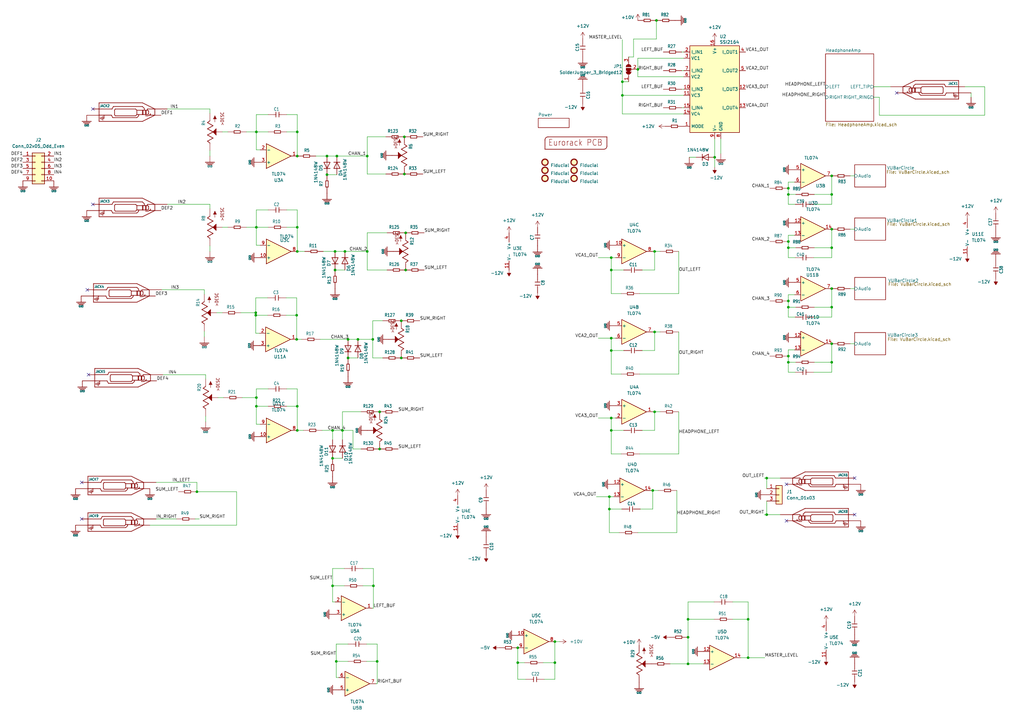
<source format=kicad_sch>
(kicad_sch (version 20211123) (generator eeschema)
  (paper "A3")
  (junction (at 255.27 39.116))
  (junction (at 227.584 271.78))
  (junction (at 250.698 105.664))
  (junction (at 121.92 54.102))
  (junction (at 140.462 176.53))
  (junction (at 105.156 166.624))
  (junction (at 250.698 138.684))
  (junction (at 341.122 72.136))
  (junction (at 165.862 56.134))
  (junction (at 341.122 140.97))
  (junction (at 306.832 254))
  (junction (at 323.342 99.06))
  (junction (at 250.698 176.53))
  (junction (at 268.478 136.144))
  (junction (at 137.414 103.124))
  (junction (at 134.112 71.628))
  (junction (at 268.478 168.91))
  (junction (at 152.908 139.192))
  (junction (at 164.592 146.812))
  (junction (at 134.112 64.008))
  (junction (at 341.122 118.364))
  (junction (at 255.27 33.528))
  (junction (at 341.122 101.6))
  (junction (at 323.342 77.216))
  (junction (at 323.342 79.756))
  (junction (at 142.748 146.812))
  (junction (at 282.194 272.288))
  (junction (at 121.666 129.286))
  (junction (at 250.698 110.744))
  (junction (at 212.344 271.78))
  (junction (at 153.162 240.284))
  (junction (at 323.342 101.6))
  (junction (at 282.194 261.366))
  (junction (at 121.92 166.624))
  (junction (at 227.584 263.144))
  (junction (at 212.344 265.684))
  (junction (at 121.92 176.53))
  (junction (at 165.862 71.374))
  (junction (at 261.62 28.448))
  (junction (at 268.478 103.124))
  (junction (at 136.398 176.53))
  (junction (at 323.342 125.984))
  (junction (at 314.452 196.088))
  (junction (at 121.666 139.192))
  (junction (at 249.936 208.788))
  (junction (at 282.194 254))
  (junction (at 154.686 271.272))
  (junction (at 121.92 103.124))
  (junction (at 137.414 110.744))
  (junction (at 105.156 163.068))
  (junction (at 267.716 201.168))
  (junction (at 341.122 79.756))
  (junction (at 121.92 64.008))
  (junction (at 138.176 64.008))
  (junction (at 105.156 54.102))
  (junction (at 341.122 148.59))
  (junction (at 323.342 123.444))
  (junction (at 150.622 64.008))
  (junction (at 306.832 269.748))
  (junction (at 142.748 139.192))
  (junction (at 146.812 139.192))
  (junction (at 80.772 201.676))
  (junction (at 164.592 131.572))
  (junction (at 341.122 125.984))
  (junction (at 136.398 240.284))
  (junction (at 249.936 203.708))
  (junction (at 166.37 95.504))
  (junction (at 155.702 184.15))
  (junction (at 269.24 8.382))
  (junction (at 323.342 146.05))
  (junction (at 323.342 148.59))
  (junction (at 105.156 93.218))
  (junction (at 155.702 168.91))
  (junction (at 104.902 129.286))
  (junction (at 121.92 93.218))
  (junction (at 250.698 171.45))
  (junction (at 293.116 64.516))
  (junction (at 166.37 110.744))
  (junction (at 137.922 271.272))
  (junction (at 250.698 143.764))
  (junction (at 314.452 211.074))
  (junction (at 104.902 128.27))
  (junction (at 341.122 93.98))
  (junction (at 136.398 187.96))
  (junction (at 150.622 103.124))
  (junction (at 141.478 103.124))
  (no_connect (at 367.792 38.1))
  (no_connect (at 322.58 213.614))
  (no_connect (at 322.58 198.628))
  (no_connect (at 33.528 197.866))
  (no_connect (at 33.528 212.852))
  (no_connect (at 36.322 153.67))
  (no_connect (at 35.814 118.872))
  (no_connect (at 38.1 83.82))
  (no_connect (at 38.1 44.704))
  (no_connect (at 350.52 196.088))
  (no_connect (at 350.52 211.074))
  (wire (pts (xy 314.452 205.486) (xy 314.452 211.074)))
  (wire (pts (xy 348.742 118.364) (xy 350.52 118.364)))
  (wire (pts (xy 325.882 120.904) (xy 323.342 120.904)))
  (wire (pts (xy 146.812 139.192) (xy 142.748 139.192)))
  (wire (pts (xy 97.028 201.676) (xy 97.028 215.392)))
  (wire (pts (xy 250.698 105.664) (xy 252.476 105.664)))
  (wire (pts (xy 268.478 176.53) (xy 268.478 168.91)))
  (wire (pts (xy 142.748 139.192) (xy 131.318 139.192)))
  (wire (pts (xy 323.342 152.654) (xy 326.136 152.654)))
  (wire (pts (xy 150.622 71.374) (xy 150.622 64.008)))
  (wire (pts (xy 89.408 163.068) (xy 91.694 163.068)))
  (wire (pts (xy 323.342 105.664) (xy 326.136 105.664)))
  (wire (pts (xy 121.92 54.102) (xy 121.92 64.008)))
  (wire (pts (xy 64.008 197.866) (xy 80.772 197.866)))
  (wire (pts (xy 101.092 93.218) (xy 105.156 93.218)))
  (wire (pts (xy 282.702 64.516) (xy 285.496 64.516)))
  (wire (pts (xy 254.762 153.416) (xy 250.698 153.416)))
  (wire (pts (xy 150.368 264.16) (xy 154.686 264.16)))
  (wire (pts (xy 68.58 44.704) (xy 86.106 44.704)))
  (wire (pts (xy 341.122 125.984) (xy 341.122 118.364)))
  (wire (pts (xy 86.106 64.008) (xy 86.106 61.722)))
  (wire (pts (xy 323.342 148.59) (xy 326.39 148.59)))
  (wire (pts (xy 255.778 176.53) (xy 250.698 176.53)))
  (wire (pts (xy 398.272 38.1) (xy 398.272 39.878)))
  (wire (pts (xy 84.328 153.67) (xy 84.328 155.448)))
  (wire (pts (xy 212.344 271.78) (xy 212.344 265.684)))
  (wire (pts (xy 255.27 33.528) (xy 257.81 33.528)))
  (wire (pts (xy 306.832 254) (xy 306.832 269.748)))
  (wire (pts (xy 105.156 61.468) (xy 106.68 61.468)))
  (wire (pts (xy 144.78 184.15) (xy 144.78 176.53)))
  (wire (pts (xy 212.344 278.638) (xy 212.344 271.78)))
  (wire (pts (xy 158.242 56.134) (xy 150.622 56.134)))
  (wire (pts (xy 227.584 263.144) (xy 229.616 263.144)))
  (wire (pts (xy 101.092 54.102) (xy 105.156 54.102)))
  (wire (pts (xy 333.756 152.654) (xy 341.122 152.654)))
  (wire (pts (xy 121.92 93.218) (xy 121.92 103.124)))
  (wire (pts (xy 153.162 249.428) (xy 153.162 240.284)))
  (wire (pts (xy 323.342 99.06) (xy 323.342 101.6)))
  (wire (pts (xy 267.716 201.168) (xy 270.002 201.168)))
  (wire (pts (xy 325.882 74.676) (xy 323.342 74.676)))
  (wire (pts (xy 250.698 138.684) (xy 252.476 138.684)))
  (wire (pts (xy 132.588 103.124) (xy 137.414 103.124)))
  (wire (pts (xy 293.116 64.516) (xy 293.116 68.58)))
  (wire (pts (xy 152.908 139.192) (xy 152.908 131.572)))
  (wire (pts (xy 66.294 118.872) (xy 83.82 118.872)))
  (wire (pts (xy 141.224 233.172) (xy 136.398 233.172)))
  (wire (pts (xy 263.398 110.744) (xy 268.478 110.744)))
  (wire (pts (xy 83.82 138.176) (xy 83.82 135.89)))
  (wire (pts (xy 105.156 93.218) (xy 105.156 100.584)))
  (wire (pts (xy 158.75 110.744) (xy 150.622 110.744)))
  (wire (pts (xy 323.342 74.676) (xy 323.342 77.216)))
  (wire (pts (xy 282.194 246.888) (xy 282.194 254)))
  (wire (pts (xy 334.01 79.756) (xy 341.122 79.756)))
  (wire (pts (xy 117.348 122.174) (xy 121.666 122.174)))
  (wire (pts (xy 137.414 246.888) (xy 136.398 246.888)))
  (wire (pts (xy 215.646 278.638) (xy 212.344 278.638)))
  (wire (pts (xy 334.01 125.984) (xy 341.122 125.984)))
  (wire (pts (xy 136.398 176.53) (xy 132.08 176.53)))
  (wire (pts (xy 403.86 35.56) (xy 403.86 47.244)))
  (wire (pts (xy 121.92 46.99) (xy 121.92 54.102)))
  (wire (pts (xy 104.902 136.652) (xy 106.426 136.652)))
  (wire (pts (xy 150.622 56.134) (xy 150.622 64.008)))
  (wire (pts (xy 140.462 168.91) (xy 140.462 176.53)))
  (wire (pts (xy 279.654 21.336) (xy 280.416 21.336)))
  (wire (pts (xy 358.394 35.56) (xy 365.252 35.56)))
  (wire (pts (xy 293.116 56.896) (xy 293.116 64.516)))
  (wire (pts (xy 134.112 71.628) (xy 138.176 71.628)))
  (wire (pts (xy 136.398 233.172) (xy 136.398 240.284)))
  (wire (pts (xy 255.016 208.788) (xy 249.936 208.788)))
  (wire (pts (xy 255.27 33.528) (xy 255.27 39.116)))
  (wire (pts (xy 86.106 103.124) (xy 86.106 100.838)))
  (wire (pts (xy 323.342 143.51) (xy 323.342 146.05)))
  (wire (pts (xy 254 218.44) (xy 249.936 218.44)))
  (wire (pts (xy 250.698 110.744) (xy 250.698 105.664)))
  (wire (pts (xy 267.716 103.124) (xy 268.478 103.124)))
  (wire (pts (xy 257.81 23.368) (xy 259.842 23.368)))
  (wire (pts (xy 245.364 105.664) (xy 250.698 105.664)))
  (wire (pts (xy 129.54 64.008) (xy 134.112 64.008)))
  (wire (pts (xy 341.122 152.654) (xy 341.122 148.59)))
  (wire (pts (xy 323.342 130.048) (xy 326.136 130.048)))
  (wire (pts (xy 148.082 184.15) (xy 144.78 184.15)))
  (wire (pts (xy 325.882 143.51) (xy 323.342 143.51)))
  (wire (pts (xy 255.778 143.764) (xy 250.698 143.764)))
  (wire (pts (xy 99.314 163.068) (xy 105.156 163.068)))
  (wire (pts (xy 263.398 176.53) (xy 268.478 176.53)))
  (wire (pts (xy 250.698 143.764) (xy 250.698 138.684)))
  (wire (pts (xy 261.62 218.44) (xy 277.622 218.44)))
  (wire (pts (xy 105.156 86.106) (xy 105.156 93.218)))
  (wire (pts (xy 105.156 54.102) (xy 105.156 61.468)))
  (wire (pts (xy 323.342 77.216) (xy 323.342 79.756)))
  (wire (pts (xy 261.62 28.448) (xy 261.62 23.876)))
  (wire (pts (xy 255.778 110.744) (xy 250.698 110.744)))
  (wire (pts (xy 84.328 172.974) (xy 84.328 170.688)))
  (wire (pts (xy 249.936 218.44) (xy 249.936 208.788)))
  (wire (pts (xy 121.92 176.53) (xy 124.46 176.53)))
  (wire (pts (xy 268.478 136.144) (xy 270.764 136.144)))
  (wire (pts (xy 279.654 28.956) (xy 280.416 28.956)))
  (wire (pts (xy 109.728 122.174) (xy 104.902 122.174)))
  (wire (pts (xy 249.936 203.708) (xy 251.714 203.708)))
  (wire (pts (xy 323.342 125.984) (xy 323.342 130.048)))
  (wire (pts (xy 255.27 16.256) (xy 255.27 33.528)))
  (wire (pts (xy 341.122 148.59) (xy 341.122 140.97)))
  (wire (pts (xy 245.364 138.684) (xy 250.698 138.684)))
  (wire (pts (xy 279.654 36.576) (xy 280.416 36.576)))
  (wire (pts (xy 262.382 186.182) (xy 278.384 186.182)))
  (wire (pts (xy 150.622 95.504) (xy 150.622 103.124)))
  (wire (pts (xy 91.186 54.102) (xy 93.472 54.102)))
  (wire (pts (xy 262.382 153.416) (xy 278.384 153.416)))
  (wire (pts (xy 117.602 46.99) (xy 121.92 46.99)))
  (wire (pts (xy 314.452 196.088) (xy 314.452 200.406)))
  (wire (pts (xy 83.82 118.872) (xy 83.82 120.65)))
  (wire (pts (xy 323.342 120.904) (xy 323.342 123.444)))
  (wire (pts (xy 278.384 153.416) (xy 278.384 136.144)))
  (wire (pts (xy 403.86 47.244) (xy 360.68 47.244)))
  (wire (pts (xy 323.342 123.444) (xy 323.342 125.984)))
  (wire (pts (xy 348.742 140.97) (xy 350.52 140.97)))
  (wire (pts (xy 137.414 110.744) (xy 141.478 110.744)))
  (wire (pts (xy 137.414 103.124) (xy 141.478 103.124)))
  (wire (pts (xy 152.908 146.812) (xy 152.908 139.192)))
  (wire (pts (xy 333.756 130.048) (xy 341.122 130.048)))
  (wire (pts (xy 68.58 83.82) (xy 86.106 83.82)))
  (wire (pts (xy 314.452 196.088) (xy 313.436 196.088)))
  (wire (pts (xy 136.398 180.34) (xy 136.398 176.53)))
  (wire (pts (xy 314.452 211.074) (xy 320.04 211.074)))
  (wire (pts (xy 348.742 72.136) (xy 350.52 72.136)))
  (wire (pts (xy 244.602 203.708) (xy 249.936 203.708)))
  (wire (pts (xy 136.398 176.53) (xy 140.462 176.53)))
  (wire (pts (xy 117.348 129.286) (xy 121.666 129.286)))
  (wire (pts (xy 341.122 101.6) (xy 341.122 93.98)))
  (wire (pts (xy 146.812 139.192) (xy 152.908 139.192)))
  (wire (pts (xy 152.654 249.428) (xy 153.162 249.428)))
  (wire (pts (xy 136.398 187.96) (xy 140.462 187.96)))
  (wire (pts (xy 150.622 110.744) (xy 150.622 103.124)))
  (wire (pts (xy 121.92 103.124) (xy 124.968 103.124)))
  (wire (pts (xy 153.162 233.172) (xy 153.162 240.284)))
  (wire (pts (xy 341.122 130.048) (xy 341.122 125.984)))
  (wire (pts (xy 80.01 212.852) (xy 81.788 212.852)))
  (wire (pts (xy 88.9 128.27) (xy 91.186 128.27)))
  (wire (pts (xy 105.156 54.102) (xy 109.982 54.102)))
  (wire (pts (xy 105.156 159.512) (xy 105.156 163.068)))
  (wire (pts (xy 104.902 128.27) (xy 104.902 129.286)))
  (wire (pts (xy 158.75 95.504) (xy 150.622 95.504)))
  (wire (pts (xy 137.922 277.876) (xy 137.922 271.272)))
  (wire (pts (xy 341.122 105.664) (xy 341.122 101.6)))
  (wire (pts (xy 105.156 93.218) (xy 109.982 93.218)))
  (wire (pts (xy 277.622 218.44) (xy 277.622 201.168)))
  (wire (pts (xy 121.666 139.192) (xy 123.698 139.192)))
  (wire (pts (xy 325.882 96.52) (xy 323.342 96.52)))
  (wire (pts (xy 144.78 176.53) (xy 140.462 176.53)))
  (wire (pts (xy 306.832 246.888) (xy 300.482 246.888)))
  (wire (pts (xy 333.756 105.664) (xy 341.122 105.664)))
  (wire (pts (xy 250.698 120.396) (xy 250.698 110.744)))
  (wire (pts (xy 279.654 44.196) (xy 280.416 44.196)))
  (wire (pts (xy 121.92 86.106) (xy 121.92 93.218)))
  (wire (pts (xy 249.936 208.788) (xy 249.936 203.708)))
  (wire (pts (xy 105.156 46.99) (xy 105.156 54.102)))
  (wire (pts (xy 140.462 180.34) (xy 140.462 176.53)))
  (wire (pts (xy 121.666 122.174) (xy 121.666 129.286)))
  (wire (pts (xy 341.122 79.756) (xy 341.122 72.136)))
  (wire (pts (xy 303.784 269.748) (xy 306.832 269.748)))
  (wire (pts (xy 97.028 201.676) (xy 80.772 201.676)))
  (wire (pts (xy 268.478 103.124) (xy 270.764 103.124)))
  (wire (pts (xy 105.156 163.068) (xy 105.156 166.624)))
  (wire (pts (xy 227.584 263.144) (xy 227.584 271.78)))
  (wire (pts (xy 138.938 277.876) (xy 137.922 277.876)))
  (wire (pts (xy 154.178 280.416) (xy 154.686 280.416)))
  (wire (pts (xy 274.828 272.288) (xy 282.194 272.288)))
  (wire (pts (xy 267.716 208.788) (xy 267.716 201.168)))
  (wire (pts (xy 148.082 168.91) (xy 140.462 168.91)))
  (wire (pts (xy 267.716 168.91) (xy 268.478 168.91)))
  (wire (pts (xy 295.656 62.992) (xy 295.656 56.896)))
  (wire (pts (xy 313.436 211.074) (xy 314.452 211.074)))
  (wire (pts (xy 261.62 31.496) (xy 261.62 28.448)))
  (wire (pts (xy 245.364 171.45) (xy 250.698 171.45)))
  (wire (pts (xy 268.478 110.744) (xy 268.478 103.124)))
  (wire (pts (xy 278.384 120.396) (xy 278.384 103.124)))
  (wire (pts (xy 152.908 131.572) (xy 156.972 131.572)))
  (wire (pts (xy 250.698 186.182) (xy 250.698 176.53)))
  (wire (pts (xy 255.27 39.116) (xy 280.416 39.116)))
  (wire (pts (xy 262.382 120.396) (xy 278.384 120.396)))
  (wire (pts (xy 121.666 129.286) (xy 121.666 139.192)))
  (wire (pts (xy 86.106 44.704) (xy 86.106 46.482)))
  (wire (pts (xy 254.762 186.182) (xy 250.698 186.182)))
  (wire (pts (xy 262.636 208.788) (xy 267.716 208.788)))
  (wire (pts (xy 137.922 271.272) (xy 142.748 271.272)))
  (wire (pts (xy 323.342 83.82) (xy 326.136 83.82)))
  (wire (pts (xy 341.122 83.82) (xy 341.122 79.756)))
  (wire (pts (xy 142.748 264.16) (xy 137.922 264.16)))
  (wire (pts (xy 138.176 64.008) (xy 150.622 64.008)))
  (wire (pts (xy 288.544 272.288) (xy 282.194 272.288)))
  (wire (pts (xy 306.832 254) (xy 300.482 254)))
  (wire (pts (xy 136.398 240.284) (xy 141.224 240.284)))
  (wire (pts (xy 259.842 16.002) (xy 269.24 16.002)))
  (wire (pts (xy 141.478 103.124) (xy 150.622 103.124)))
  (wire (pts (xy 105.156 100.584) (xy 106.68 100.584)))
  (wire (pts (xy 227.584 271.78) (xy 222.758 271.78)))
  (wire (pts (xy 268.478 143.764) (xy 268.478 136.144)))
  (wire (pts (xy 250.698 171.45) (xy 252.476 171.45)))
  (wire (pts (xy 158.242 71.374) (xy 150.622 71.374)))
  (wire (pts (xy 104.902 129.286) (xy 109.728 129.286)))
  (wire (pts (xy 104.902 129.286) (xy 104.902 136.652)))
  (wire (pts (xy 323.342 101.6) (xy 326.39 101.6)))
  (wire (pts (xy 306.832 246.888) (xy 306.832 254)))
  (wire (pts (xy 254.762 120.396) (xy 250.698 120.396)))
  (wire (pts (xy 323.342 101.6) (xy 323.342 105.664)))
  (wire (pts (xy 323.342 125.984) (xy 326.39 125.984)))
  (wire (pts (xy 117.602 159.512) (xy 121.92 159.512)))
  (wire (pts (xy 269.24 8.382) (xy 269.24 16.002)))
  (wire (pts (xy 278.384 186.182) (xy 278.384 168.91)))
  (wire (pts (xy 64.008 212.852) (xy 72.39 212.852)))
  (wire (pts (xy 360.68 47.244) (xy 360.68 39.878)))
  (wire (pts (xy 280.416 46.736) (xy 255.27 46.736)))
  (wire (pts (xy 261.62 31.496) (xy 280.416 31.496)))
  (wire (pts (xy 306.832 269.748) (xy 313.69 269.748)))
  (wire (pts (xy 323.342 79.756) (xy 323.342 83.82)))
  (wire (pts (xy 292.862 246.888) (xy 282.194 246.888)))
  (wire (pts (xy 320.04 196.088) (xy 314.452 196.088)))
  (wire (pts (xy 117.602 86.106) (xy 121.92 86.106)))
  (wire (pts (xy 98.806 128.27) (xy 104.902 128.27)))
  (wire (pts (xy 250.698 153.416) (xy 250.698 143.764)))
  (wire (pts (xy 323.342 96.52) (xy 323.342 99.06)))
  (wire (pts (xy 333.756 83.82) (xy 341.122 83.82)))
  (wire (pts (xy 109.982 46.99) (xy 105.156 46.99)))
  (wire (pts (xy 348.742 93.98) (xy 350.52 93.98)))
  (wire (pts (xy 134.112 64.008) (xy 138.176 64.008)))
  (wire (pts (xy 292.862 254) (xy 282.194 254)))
  (wire (pts (xy 334.01 101.6) (xy 341.122 101.6)))
  (wire (pts (xy 148.844 240.284) (xy 153.162 240.284)))
  (wire (pts (xy 142.748 146.812) (xy 146.812 146.812)))
  (wire (pts (xy 136.398 246.888) (xy 136.398 240.284)))
  (wire (pts (xy 266.954 201.168) (xy 267.716 201.168)))
  (wire (pts (xy 86.106 83.82) (xy 86.106 85.598)))
  (wire (pts (xy 334.01 148.59) (xy 341.122 148.59)))
  (wire (pts (xy 263.398 143.764) (xy 268.478 143.764)))
  (wire (pts (xy 117.602 166.624) (xy 121.92 166.624)))
  (wire (pts (xy 80.772 197.866) (xy 80.772 201.676)))
  (wire (pts (xy 105.156 166.624) (xy 105.156 173.99)))
  (wire (pts (xy 150.368 271.272) (xy 154.686 271.272)))
  (wire (pts (xy 105.156 173.99) (xy 106.68 173.99)))
  (wire (pts (xy 282.194 261.366) (xy 282.194 272.288)))
  (wire (pts (xy 282.194 254) (xy 282.194 261.366)))
  (wire (pts (xy 121.92 159.512) (xy 121.92 166.624)))
  (wire (pts (xy 105.156 166.624) (xy 109.982 166.624)))
  (wire (pts (xy 395.732 35.56) (xy 403.86 35.56)))
  (wire (pts (xy 148.844 233.172) (xy 153.162 233.172)))
  (wire (pts (xy 109.982 86.106) (xy 105.156 86.106)))
  (wire (pts (xy 323.342 79.756) (xy 326.39 79.756)))
  (wire (pts (xy 154.686 280.416) (xy 154.686 271.272)))
  (wire (pts (xy 261.62 23.876) (xy 280.416 23.876)))
  (wire (pts (xy 255.27 46.736) (xy 255.27 39.116)))
  (wire (pts (xy 250.698 176.53) (xy 250.698 171.45)))
  (wire (pts (xy 323.342 146.05) (xy 323.342 148.59)))
  (wire (pts (xy 323.342 148.59) (xy 323.342 152.654)))
  (wire (pts (xy 91.186 93.218) (xy 93.472 93.218)))
  (wire (pts (xy 154.686 264.16) (xy 154.686 271.272)))
  (wire (pts (xy 109.982 159.512) (xy 105.156 159.512)))
  (wire (pts (xy 156.972 146.812) (xy 152.908 146.812)))
  (wire (pts (xy 227.584 278.638) (xy 227.584 271.78)))
  (wire (pts (xy 259.842 23.368) (xy 259.842 16.002)))
  (wire (pts (xy 137.922 264.16) (xy 137.922 271.272)))
  (wire (pts (xy 215.138 271.78) (xy 212.344 271.78)))
  (wire (pts (xy 66.802 153.67) (xy 84.328 153.67)))
  (wire (pts (xy 223.266 278.638) (xy 227.584 278.638)))
  (wire (pts (xy 121.92 166.624) (xy 121.92 176.53)))
  (wire (pts (xy 268.478 168.91) (xy 270.764 168.91)))
  (wire (pts (xy 267.716 136.144) (xy 268.478 136.144)))
  (wire (pts (xy 104.902 122.174) (xy 104.902 128.27)))
  (wire (pts (xy 97.028 215.392) (xy 61.468 215.392)))
  (wire (pts (xy 117.602 54.102) (xy 121.92 54.102)))
  (wire (pts (xy 117.602 93.218) (xy 121.92 93.218)))
  (wire (pts (xy 360.68 39.878) (xy 358.394 39.878)))
  (label "OUT_RIGHT" (at 278.384 145.542 0))
  (label "MASTER_LEVEL" (at 255.27 16.256 180))
  (label "CHAN_3" (at 135.636 139.192 0))
  (label "CHAN_3" (at 315.722 123.444 180))
  (label "OUT_LEFT" (at 313.436 196.088 180))
  (label "VCA2_OUT" (at 305.816 28.956 0))
  (label "HEADPHONE_RIGHT" (at 277.622 211.328 0))
  (label "SUM_RIGHT" (at 173.482 56.134 0))
  (label "IN3" (at 22.098 69.088 0))
  (label "DEF1" (at 66.04 47.244 0))
  (label "HEADPHONE_RIGHT" (at 338.582 39.878 180))
  (label "SUM_LEFT" (at 73.152 201.676 180))
  (label "DEF2" (at 9.398 66.548 180))
  (label "VCA1_OUT" (at 305.816 21.336 0))
  (label "CHAN_1" (at 142.748 64.008 0))
  (label "IN2" (at 22.098 66.548 0))
  (label "IN_RIGHT" (at 64.008 212.852 0))
  (label "LEFT_BUF" (at 272.034 36.576 180))
  (label "LEFT_BUF" (at 272.034 21.336 180))
  (label "DEF3" (at 9.398 69.088 180))
  (label "RIGHT_BUF" (at 154.686 280.416 0))
  (label "HEADPHONE_LEFT" (at 338.582 35.56 180))
  (label "SUM_RIGHT" (at 163.322 168.91 0))
  (label "VCA3_OUT" (at 305.816 36.576 0))
  (label "OUT_RIGHT" (at 313.436 211.074 180))
  (label "CHAN_2" (at 143.256 103.124 0))
  (label "SUM_RIGHT" (at 173.99 95.504 0))
  (label "VCA4_OUT" (at 244.602 203.708 180))
  (label "VCA4_OUT" (at 305.816 44.196 0))
  (label "CHAN_2" (at 315.722 99.06 180))
  (label "HEADPHONE_LEFT" (at 278.384 178.054 0))
  (label "SUM_LEFT" (at 136.398 237.998 180))
  (label "SUM_LEFT" (at 163.322 184.15 0))
  (label "IN4" (at 22.098 71.628 0))
  (label "IN2" (at 72.898 83.82 0))
  (label "SUM_RIGHT" (at 137.922 268.986 180))
  (label "SUM_LEFT" (at 173.482 71.374 0))
  (label "MASTER_LEVEL" (at 313.69 269.748 0))
  (label "SUM_LEFT" (at 173.99 110.744 0))
  (label "VCA3_OUT" (at 245.364 171.45 180))
  (label "IN4" (at 69.088 153.67 0))
  (label "IN3" (at 70.104 118.872 0))
  (label "SUM_LEFT" (at 172.212 146.812 0))
  (label "IN1" (at 22.098 64.008 0))
  (label "IN_LEFT" (at 70.612 197.866 0))
  (label "RIGHT_BUF" (at 272.034 44.196 180))
  (label "DEF1" (at 9.398 64.008 180))
  (label "CHAN_4" (at 134.366 176.53 0))
  (label "DEF4" (at 9.398 71.628 180))
  (label "DEF2" (at 66.04 86.36 0))
  (label "DEF3" (at 63.754 121.412 0))
  (label "VCA1_OUT" (at 245.364 105.664 180))
  (label "IN1" (at 69.85 44.704 0))
  (label "OUT_LEFT" (at 278.384 111.506 0))
  (label "CHAN_1" (at 315.722 77.216 180))
  (label "CHAN_4" (at 315.722 146.05 180))
  (label "LEFT_BUF" (at 153.162 249.428 0))
  (label "RIGHT_BUF" (at 272.034 28.956 180))
  (label "VCA2_OUT" (at 245.364 138.684 180))
  (label "SUM_RIGHT" (at 81.788 212.852 0))
  (label "DEF4" (at 64.262 156.21 0))
  (label "SUM_RIGHT" (at 172.212 131.572 0))
  (symbol (lib_id "TINRS - Wobbler (pico)sch-eagle-import:R-0603") (at 162.56 95.504 180) (unit 1)
    (property "Reference" "R125" (at 163.83 92.456 0) (effects (font (size 1.27 1.0795)) (justify left bottom)))
    (property "Value" "1k" (at 164.084 96.774 0) (effects (font (size 1.27 1.0795)) (justify left bottom)))
    (property "Footprint" "R0603" (effects hide))
    (property "Value" "1k" (effects hide))
  )
  (symbol (lib_id "TINRS - Wobbler (pico)sch-eagle-import:R-0603") (at 319.532 77.216 180) (unit 1)
    (property "Reference" "R84" (at 320.802 74.168 0) (effects (font (size 1.27 1.0795)) (justify left bottom)))
    (property "Value" "43k" (at 321.056 78.486 0) (effects (font (size 1.27 1.0795)) (justify left bottom)))
    (property "Footprint" "R0603" (effects hide))
    (property "Value" "43k" (effects hide))
  )
  (symbol (lib_id "TINRS - Wobbler (pico)sch-eagle-import:AUDIO-JACK_SMALLSYMBOL") (at 46.228 197.866 270) (unit 1)
    (property "Reference" "JACK7" (at 36.322 196.596 90) (effects (font (size 1.016 0.8636)) (justify left)))
    (property "Value" "AUDIO-JACK_SMALLSYMBOL" (effects hide))
    (property "Footprint" "3.5MM-JACK-SWITCH-13MM-NOHOLES-TESTPAD" (effects hide))
    (property "Value" "AUDIO-JACK_SMALLSYMBOL" (effects hide))
  )
  (symbol (lib_id "TINRS - Wobbler (pico)sch-eagle-import:GND") (at 249.936 133.604 270) (unit 1)
    (property "Reference" "#GND0129" (effects hide))
    (property "Value" "GND" (at 248.666 133.604 0) (effects (font (size 0.762 0.6477)) (justify top)))
  )
  (symbol (lib_id "power:-12V") (at 208.788 110.744 180) (unit 1)
    (property "Reference" "#PWR0112" (effects hide))
    (property "Value" "-12V" (at 206.502 112.0141 0) (effects (justify left)))
  )
  (symbol (lib_id "TINRS - Wobbler (pico)sch-eagle-import:GND") (at 84.328 175.514 0) (mirror y) (unit 1)
    (property "Reference" "#GND0114" (effects hide))
    (property "Value" "GND" (at 84.328 176.784 0) (effects (font (size 0.762 0.6477)) (justify top)))
  )
  (symbol (lib_id "TINRS - Wobbler (pico)sch-eagle-import:GND") (at 30.988 217.932 0) (unit 1)
    (property "Reference" "#GND0136" (effects hide))
    (property "Value" "GND" (at 30.988 219.202 0) (effects (font (size 0.762 0.6477)) (justify top)))
  )
  (symbol (lib_id "TINRS - Wobbler (pico)sch-eagle-import:GND") (at 239.014 32.512 180) (unit 1)
    (property "Reference" "#GND0143" (effects hide))
    (property "Value" "GND" (at 239.014 31.242 0) (effects (font (size 0.762 0.6477)) (justify top)))
  )
  (symbol (lib_id "TINRS - Wobbler (pico)sch-eagle-import:R-0603") (at 151.892 168.91 180) (unit 1)
    (property "Reference" "R129" (at 153.162 165.862 0) (effects (font (size 1.27 1.0795)) (justify left bottom)))
    (property "Value" "1k" (at 153.416 170.18 0) (effects (font (size 1.27 1.0795)) (justify left bottom)))
    (property "Footprint" "R0603" (effects hide))
    (property "Value" "1k" (effects hide))
  )
  (symbol (lib_id "TINRS - Wobbler (pico)sch-eagle-import:GND") (at 103.886 141.732 270) (mirror x) (unit 1)
    (property "Reference" "#GND0125" (effects hide))
    (property "Value" "GND" (at 102.616 141.732 0) (effects (font (size 0.762 0.6477)) (justify top)))
  )
  (symbol (lib_id "power:+12V") (at 396.748 89.662 0) (unit 1)
    (property "Reference" "#PWR0139" (effects hide))
    (property "Value" "+12V" (at 396.748 84.582 0))
  )
  (symbol (lib_id "TINRS - Wobbler (pico)sch-eagle-import:C-0603") (at 219.456 278.638 0) (unit 1)
    (property "Reference" "C22" (at 217.932 277.114 0) (effects (font (size 1.27 1.0795)) (justify left bottom)))
    (property "Value" "33p" (at 216.916 282.448 0) (effects (font (size 1.27 1.0795)) (justify left bottom)))
    (property "Footprint" "C0603" (effects hide))
    (property "Value" "33p" (effects hide))
  )
  (symbol (lib_id "Amplifier_Operational:TL074") (at 333.502 72.136 0) (unit 2)
    (property "Reference" "U3" (at 336.55 76.2 0))
    (property "Value" "TL074" (at 332.74 64.77 0))
    (property "Footprint" "Package_SO:TSSOP-14_4.4x5mm_P0.65mm" (effects hide))
    (property "Datasheet" "http://www.ti.com/lit/ds/symlink/tl071.pdf" (effects hide))
  )
  (symbol (lib_id "TINRS - Wobbler (pico)sch-eagle-import:POTSQUAREHOLE_SMALLKNOB") (at 165.862 63.754 180) (unit 1)
    (property "Reference" "R6" (at 169.164 61.214 90) (effects (font (size 1.27 1.0795)) (justify right top)))
    (property "Value" "100kB" (at 167.259 63.754 90) (effects (font (size 1.27 1.0795)) (justify bottom)))
    (property "Footprint" "ALPS_POT_SQUAREHOLES" (effects hide))
    (property "Value" "100kB" (effects hide))
  )
  (symbol (lib_id "TINRS - Wobbler (pico)sch-eagle-import:AUDIO-JACK_SMALLSYMBOL") (at 49.022 153.67 270) (unit 1)
    (property "Reference" "JACK5" (at 39.116 152.4 90) (effects (font (size 1.016 0.8636)) (justify left)))
    (property "Value" "AUDIO-JACK_SMALLSYMBOL" (effects hide))
    (property "Footprint" "3.5MM-JACK-SWITCH-13MM-NOHOLES-TESTPAD" (effects hide))
    (property "Value" "AUDIO-JACK_SMALLSYMBOL" (effects hide))
  )
  (symbol (lib_id "TINRS - Wobbler (pico)sch-eagle-import:R-0603") (at 330.2 125.984 180) (unit 1)
    (property "Reference" "R91" (at 328.422 122.936 0) (effects (font (size 1.27 1.0795)) (justify left bottom)))
    (property "Value" "100k" (at 335.534 123.19 0) (effects (font (size 1.27 1.0795)) (justify left bottom)))
    (property "Footprint" "R0603" (effects hide))
    (property "Value" "100k" (effects hide))
  )
  (symbol (lib_id "TINRS - Wobbler (pico)sch-eagle-import:GND") (at 323.342 138.43 270) (unit 1)
    (property "Reference" "#GND0166" (effects hide))
    (property "Value" "GND" (at 322.072 138.43 0) (effects (font (size 0.762 0.6477)) (justify top)))
  )
  (symbol (lib_id "TINRS - Wobbler (pico)sch-eagle-import:R-0603") (at 76.2 212.852 180) (unit 1)
    (property "Reference" "R49" (at 77.47 209.804 0) (effects (font (size 1.27 1.0795)) (justify left bottom)))
    (property "Value" "30k" (at 77.724 214.122 0) (effects (font (size 1.27 1.0795)) (justify left bottom)))
    (property "Footprint" "R0603" (effects hide))
    (property "Value" "30k" (effects hide))
  )
  (symbol (lib_id "TINRS - Wobbler (pico)sch-eagle-import:R-0603") (at 162.052 56.134 180) (unit 1)
    (property "Reference" "R123" (at 163.322 53.086 0) (effects (font (size 1.27 1.0795)) (justify left bottom)))
    (property "Value" "1k" (at 163.576 57.404 0) (effects (font (size 1.27 1.0795)) (justify left bottom)))
    (property "Footprint" "R0603" (effects hide))
    (property "Value" "1k" (effects hide))
  )
  (symbol (lib_id "TINRS - Wobbler (pico)sch-eagle-import:GND") (at 323.342 115.824 270) (unit 1)
    (property "Reference" "#GND0165" (effects hide))
    (property "Value" "GND" (at 322.072 115.824 0) (effects (font (size 0.762 0.6477)) (justify top)))
  )
  (symbol (lib_id "TINRS - Wobbler (pico)sch-eagle-import:AUDIO-JACK_SMALLSYMBOL") (at 46.228 212.852 270) (unit 1)
    (property "Reference" "JACK9" (at 36.322 211.582 90) (effects (font (size 1.016 0.8636)) (justify left)))
    (property "Value" "AUDIO-JACK_SMALLSYMBOL" (effects hide))
    (property "Footprint" "3.5MM-JACK-SWITCH-13MM-NOHOLES-TESTPAD" (effects hide))
    (property "Value" "AUDIO-JACK_SMALLSYMBOL" (effects hide))
  )
  (symbol (lib_id "power:+12V") (at 199.39 200.914 0) (unit 1)
    (property "Reference" "#PWR0107" (effects hide))
    (property "Value" "+12V" (at 199.39 195.834 0))
  )
  (symbol (lib_id "TINRS - Wobbler (pico)sch-eagle-import:R-0603") (at 169.672 56.134 180) (unit 1)
    (property "Reference" "R32" (at 170.942 53.086 0) (effects (font (size 1.27 1.0795)) (justify left bottom)))
    (property "Value" "30k" (at 171.196 57.404 0) (effects (font (size 1.27 1.0795)) (justify left bottom)))
    (property "Footprint" "R0603" (effects hide))
    (property "Value" "30k" (effects hide))
  )
  (symbol (lib_id "Amplifier_Operational:TL074") (at 260.096 136.144 0) (unit 2)
    (property "Reference" "U4" (at 260.096 125.984 0))
    (property "Value" "TL074" (at 260.096 128.524 0))
    (property "Footprint" "Package_SO:TSSOP-14_4.4x5mm_P0.65mm" (effects hide))
    (property "Datasheet" "http://www.ti.com/lit/ds/symlink/tl071.pdf" (effects hide))
  )
  (symbol (lib_id "TINRS - Wobbler (pico)sch-eagle-import:R-0603") (at 330.2 79.756 180) (unit 1)
    (property "Reference" "R85" (at 328.422 76.708 0) (effects (font (size 1.27 1.0795)) (justify left bottom)))
    (property "Value" "100k" (at 335.534 76.962 0) (effects (font (size 1.27 1.0795)) (justify left bottom)))
    (property "Footprint" "R0603" (effects hide))
    (property "Value" "100k" (effects hide))
  )
  (symbol (lib_id "TINRS - Wobbler (pico)sch-eagle-import:C-0603") (at 113.792 86.106 0) (unit 1)
    (property "Reference" "C2" (at 112.268 84.582 0) (effects (font (size 1.27 1.0795)) (justify left bottom)))
    (property "Value" "33p" (at 111.252 89.916 0) (effects (font (size 1.27 1.0795)) (justify left bottom)))
    (property "Footprint" "C0603" (effects hide))
    (property "Value" "33p" (effects hide))
  )
  (symbol (lib_id "TINRS - Wobbler (pico)sch-eagle-import:R-0603") (at 296.672 254 180) (unit 1)
    (property "Reference" "R51" (at 297.942 250.952 0) (effects (font (size 1.27 1.0795)) (justify left bottom)))
    (property "Value" "110k" (at 298.196 255.27 0) (effects (font (size 1.27 1.0795)) (justify left bottom)))
    (property "Footprint" "R0603" (effects hide))
    (property "Value" "110k" (effects hide))
  )
  (symbol (lib_id "TINRS - Wobbler (pico)sch-eagle-import:C-0603") (at 145.034 233.172 0) (unit 1)
    (property "Reference" "C17" (at 143.51 231.648 0) (effects (font (size 1.27 1.0795)) (justify left bottom)))
    (property "Value" "33p" (at 142.494 236.982 0) (effects (font (size 1.27 1.0795)) (justify left bottom)))
    (property "Footprint" "C0603" (effects hide))
    (property "Value" "33p" (effects hide))
  )
  (symbol (lib_id "Amplifier_Operational:TL074") (at 219.964 263.144 0) (unit 3)
    (property "Reference" "U5" (at 219.964 252.476 0))
    (property "Value" "TL074" (at 219.964 255.016 0))
    (property "Footprint" "Package_SO:TSSOP-14_4.4x5mm_P0.65mm" (effects hide))
    (property "Datasheet" "http://www.ti.com/lit/ds/symlink/tl071.pdf" (effects hide))
  )
  (symbol (lib_id "TINRS - Wobbler (pico)sch-eagle-import:C-0603") (at 199.39 224.028 270) (unit 1)
    (property "Reference" "C10" (at 200.914 222.504 0) (effects (font (size 1.27 1.0795)) (justify left bottom)))
    (property "Value" "100n" (at 195.58 221.488 0) (effects (font (size 1.27 1.0795)) (justify left bottom)))
    (property "Footprint" "C0603" (effects hide))
    (property "Value" "100n" (effects hide))
  )
  (symbol (lib_id "TINRS - Wobbler (pico)sch-eagle-import:GND") (at 249.174 198.628 270) (unit 1)
    (property "Reference" "#GND0131" (effects hide))
    (property "Value" "GND" (at 247.904 198.628 0) (effects (font (size 0.762 0.6477)) (justify top)))
  )
  (symbol (lib_id "Mechanical:Fiducial") (at 223.52 66.548 0) (unit 1)
    (property "Reference" "FID1" (effects hide))
    (property "Value" "Fiducial" (at 225.806 67.8179 0) (effects (justify left)))
    (property "Footprint" "Fiducial:Fiducial_1mm_Mask2mm" (effects hide))
  )
  (symbol (lib_id "TINRS - Wobbler (pico)sch-eagle-import:R-0603") (at 258.572 186.182 180) (unit 1)
    (property "Reference" "R44" (at 259.842 183.134 0) (effects (font (size 1.27 1.0795)) (justify left bottom)))
    (property "Value" "150k" (at 260.096 187.452 0) (effects (font (size 1.27 1.0795)) (justify left bottom)))
    (property "Footprint" "R0603" (effects hide))
    (property "Value" "150k" (effects hide))
  )
  (symbol (lib_id "TINRS - Wobbler (pico)sch-eagle-import:GND") (at 220.472 109.982 180) (unit 1)
    (property "Reference" "#GND0116" (effects hide))
    (property "Value" "GND" (at 220.472 108.712 0) (effects (font (size 0.762 0.6477)) (justify top)))
  )
  (symbol (lib_id "TINRS - Wobbler (pico)sch-eagle-import:POTSQUAREHOLE_SMALLKNOB") (at 262.128 272.288 0) (mirror x) (unit 1)
    (property "Reference" "R29" (at 258.826 269.748 90) (effects (font (size 1.27 1.0795)) (justify right top)))
    (property "Value" "100kB" (at 260.731 272.288 90) (effects (font (size 1.27 1.0795)) (justify bottom)))
    (property "Footprint" "ALPS_POT_SQUAREHOLES" (effects hide))
    (property "Value" "100kB" (effects hide))
  )
  (symbol (lib_id "power:-12V") (at 199.39 227.838 180) (unit 1)
    (property "Reference" "#PWR0108" (effects hide))
    (property "Value" "-12V" (at 197.104 229.1081 0) (effects (justify left)))
  )
  (symbol (lib_id "TINRS - Wobbler (pico)sch-eagle-import:R-0603") (at 146.558 271.272 180) (unit 1)
    (property "Reference" "R54" (at 147.828 268.224 0) (effects (font (size 1.27 1.0795)) (justify left bottom)))
    (property "Value" "30k" (at 148.082 272.542 0) (effects (font (size 1.27 1.0795)) (justify left bottom)))
    (property "Footprint" "R0603" (effects hide))
    (property "Value" "30k" (effects hide))
  )
  (symbol (lib_id "TINRS - Wobbler (pico)sch-eagle-import:R-0603") (at 330.2 148.59 180) (unit 1)
    (property "Reference" "R94" (at 328.422 145.542 0) (effects (font (size 1.27 1.0795)) (justify left bottom)))
    (property "Value" "100k" (at 335.534 145.796 0) (effects (font (size 1.27 1.0795)) (justify left bottom)))
    (property "Footprint" "R0603" (effects hide))
    (property "Value" "100k" (effects hide))
  )
  (symbol (lib_id "TINRS - Wobbler (pico)sch-eagle-import:R-0603") (at 159.512 184.15 180) (unit 1)
    (property "Reference" "R45" (at 160.782 181.102 0) (effects (font (size 1.27 1.0795)) (justify left bottom)))
    (property "Value" "30k" (at 161.036 185.42 0) (effects (font (size 1.27 1.0795)) (justify left bottom)))
    (property "Footprint" "R0603" (effects hide))
    (property "Value" "30k" (effects hide))
  )
  (symbol (lib_id "TINRS - Wobbler (pico)sch-eagle-import:R-0603") (at 97.282 54.102 180) (unit 1)
    (property "Reference" "R2" (at 98.552 51.054 0) (effects (font (size 1.27 1.0795)) (justify left bottom)))
    (property "Value" "100k" (at 98.806 55.372 0) (effects (font (size 1.27 1.0795)) (justify left bottom)))
    (property "Footprint" "R0603" (effects hide))
    (property "Value" "100k" (effects hide))
  )
  (symbol (lib_id "TINRS - Wobbler (pico)sch-eagle-import:GND") (at 136.398 282.956 270) (mirror x) (unit 1)
    (property "Reference" "#GND0146" (effects hide))
    (property "Value" "GND" (at 135.128 282.956 0) (effects (font (size 0.762 0.6477)) (justify top)))
  )
  (symbol (lib_id "TINRS - Wobbler (pico)sch-eagle-import:C-0603") (at 296.672 246.888 0) (unit 1)
    (property "Reference" "C18" (at 295.148 245.364 0) (effects (font (size 1.27 1.0795)) (justify left bottom)))
    (property "Value" "33p" (at 294.132 250.698 0) (effects (font (size 1.27 1.0795)) (justify left bottom)))
    (property "Footprint" "C0603" (effects hide))
    (property "Value" "33p" (effects hide))
  )
  (symbol (lib_id "TINRS - Wobbler (pico)sch-eagle-import:POTSQUAREHOLE_SMALLKNOB") (at 166.37 103.124 180) (unit 1)
    (property "Reference" "R12" (at 169.672 100.584 90) (effects (font (size 1.27 1.0795)) (justify right top)))
    (property "Value" "100kB" (at 167.767 103.124 90) (effects (font (size 1.27 1.0795)) (justify bottom)))
    (property "Footprint" "ALPS_POT_SQUAREHOLES" (effects hide))
    (property "Value" "100kB" (effects hide))
  )
  (symbol (lib_id "Amplifier_Operational:TL074") (at 190.246 210.82 0) (unit 5)
    (property "Reference" "U4" (at 189.23 209.5499 0) (effects (justify left)))
    (property "Value" "TL074" (at 189.23 212.0899 0) (effects (justify left)))
    (property "Footprint" "Package_SO:TSSOP-14_4.4x5mm_P0.65mm" (effects hide))
    (property "Datasheet" "http://www.ti.com/lit/ds/symlink/tl071.pdf" (effects hide))
  )
  (symbol (lib_id "TINRS - Wobbler (pico)sch-eagle-import:GND") (at 220.472 103.378 0) (unit 1)
    (property "Reference" "#GND0115" (effects hide))
    (property "Value" "GND" (at 220.472 104.648 0) (effects (font (size 0.762 0.6477)) (justify top)))
  )
  (symbol (lib_id "TINRS - Wobbler (pico)sch-eagle-import:EURORACK_PCB12HP") (at 224.79 59.944 0) (unit 1)
    (property "Reference" "OUTLINE1" (effects hide))
    (property "Value" "EURORACK_PCB12HP" (effects hide))
    (property "Footprint" "EURORACK12HPPCB" (effects hide))
    (property "Value" "EURORACK_PCB12HP" (effects hide))
  )
  (symbol (lib_id "TINRS - Wobbler (pico)sch-eagle-import:GND") (at 9.398 76.708 0) (unit 1)
    (property "Reference" "#GND0103" (effects hide))
    (property "Value" "GND" (at 9.398 77.978 0) (effects (font (size 0.762 0.6477)) (justify top)))
  )
  (symbol (lib_id "power:-12V") (at 408.432 114.3 180) (unit 1)
    (property "Reference" "#PWR0142" (effects hide))
    (property "Value" "-12V" (at 406.146 115.5701 0) (effects (justify left)))
  )
  (symbol (lib_id "Amplifier_Operational:TL074") (at 296.164 269.748 0) (unit 4)
    (property "Reference" "U5" (at 296.164 259.08 0))
    (property "Value" "TL074" (at 296.164 261.62 0))
    (property "Footprint" "Package_SO:TSSOP-14_4.4x5mm_P0.65mm" (effects hide))
    (property "Datasheet" "http://www.ti.com/lit/ds/symlink/tl071.pdf" (effects hide))
  )
  (symbol (lib_id "TINRS - Wobbler (pico)sch-eagle-import:GND") (at 350.52 262.89 0) (unit 1)
    (property "Reference" "#GND0140" (effects hide))
    (property "Value" "GND" (at 350.52 264.16 0) (effects (font (size 0.762 0.6477)) (justify top)))
  )
  (symbol (lib_id "TINRS - Wobbler (pico)sch-eagle-import:GND") (at 134.874 251.968 270) (mirror x) (unit 1)
    (property "Reference" "#GND0145" (effects hide))
    (property "Value" "GND" (at 133.604 251.968 0) (effects (font (size 0.762 0.6477)) (justify top)))
  )
  (symbol (lib_id "TINRS - Wobbler (pico)sch-eagle-import:R-0603") (at 257.81 218.44 180) (unit 1)
    (property "Reference" "R48" (at 259.08 215.392 0) (effects (font (size 1.27 1.0795)) (justify left bottom)))
    (property "Value" "150k" (at 259.334 219.71 0) (effects (font (size 1.27 1.0795)) (justify left bottom)))
    (property "Footprint" "R0603" (effects hide))
    (property "Value" "150k" (effects hide))
  )
  (symbol (lib_id "power:+12V") (at 293.116 16.256 0) (unit 1)
    (property "Reference" "#PWR0101" (effects hide))
    (property "Value" "+12V" (at 293.116 11.176 0))
  )
  (symbol (lib_id "TINRS - Wobbler (pico)sch-eagle-import:R-0603") (at 113.792 166.624 180) (unit 1)
    (property "Reference" "R22" (at 115.062 163.576 0) (effects (font (size 1.27 1.0795)) (justify left bottom)))
    (property "Value" "33k" (at 115.316 167.894 0) (effects (font (size 1.27 1.0795)) (justify left bottom)))
    (property "Footprint" "R0603" (effects hide))
    (property "Value" "33k" (effects hide))
  )
  (symbol (lib_id "TINRS - Wobbler (pico)sch-eagle-import:C-0603") (at 329.946 83.82 0) (unit 1)
    (property "Reference" "C39" (at 326.644 83.312 0) (effects (font (size 1.27 1.0795)) (justify left bottom)))
    (property "Value" "33p" (at 331.216 82.804 0) (effects (font (size 1.27 1.0795)) (justify left bottom)))
    (property "Footprint" "C0603" (effects hide))
    (property "Value" "33p" (effects hide))
  )
  (symbol (lib_id "TINRS - Wobbler (pico)sch-eagle-import:R-0603") (at 271.018 272.288 180) (unit 1)
    (property "Reference" "R56" (at 272.288 269.24 0) (effects (font (size 1.27 1.0795)) (justify left bottom)))
    (property "Value" "200k" (at 272.542 273.558 0) (effects (font (size 1.27 1.0795)) (justify left bottom)))
    (property "Footprint" "R0603" (effects hide))
    (property "Value" "200k" (effects hide))
  )
  (symbol (lib_id "TINRS - Wobbler (pico)sch-eagle-import:POTSQUAREHOLE_SMALLKNOB") (at 84.328 163.068 0) (mirror x) (unit 1)
    (property "Reference" "R20" (at 81.026 160.528 90) (effects (font (size 1.27 1.0795)) (justify right top)))
    (property "Value" "10kB" (at 82.931 163.068 90) (effects (font (size 1.27 1.0795)) (justify bottom)))
    (property "Footprint" "ALPS_POT_SQUAREHOLES" (effects hide))
    (property "Value" "10kB" (effects hide))
  )
  (symbol (lib_id "power:+12V") (at 272.796 51.816 90) (unit 1)
    (property "Reference" "#PWR0102" (effects hide))
    (property "Value" "+12V" (at 268.478 51.8159 90) (effects (justify left)))
  )
  (symbol (lib_id "TINRS - Wobbler (pico)sch-eagle-import:GND") (at 104.14 105.664 270) (mirror x) (unit 1)
    (property "Reference" "#GND0120" (effects hide))
    (property "Value" "GND" (at 102.87 105.664 0) (effects (font (size 0.762 0.6477)) (justify top)))
  )
  (symbol (lib_id "TINRS - Wobbler (pico)sch-eagle-import:R-0603") (at 274.574 103.124 180) (unit 1)
    (property "Reference" "R34" (at 275.844 100.076 0) (effects (font (size 1.27 1.0795)) (justify left bottom)))
    (property "Value" "100" (at 276.098 104.394 0) (effects (font (size 1.27 1.0795)) (justify left bottom)))
    (property "Footprint" "R0603" (effects hide))
    (property "Value" "100" (effects hide))
  )
  (symbol (lib_id "TINRS - Wobbler (pico)sch-eagle-import:GND") (at 239.014 25.908 0) (unit 1)
    (property "Reference" "#GND0144" (effects hide))
    (property "Value" "GND" (at 239.014 27.178 0) (effects (font (size 0.762 0.6477)) (justify top)))
  )
  (symbol (lib_id "Amplifier_Operational:TL074") (at 333.502 118.364 0) (unit 2)
    (property "Reference" "U11" (at 333.248 112.776 0))
    (property "Value" "TL074" (at 333.502 110.49 0))
    (property "Footprint" "Package_SO:TSSOP-14_4.4x5mm_P0.65mm" (effects hide))
    (property "Datasheet" "http://www.ti.com/lit/ds/symlink/tl071.pdf" (effects hide))
  )
  (symbol (lib_id "TINRS - Wobbler (pico)sch-eagle-import:GND") (at 199.39 211.074 0) (unit 1)
    (property "Reference" "#GND0119" (effects hide))
    (property "Value" "GND" (at 199.39 212.344 0) (effects (font (size 0.762 0.6477)) (justify top)))
  )
  (symbol (lib_id "TINRS - Wobbler (pico)sch-eagle-import:C-0603") (at 239.014 38.862 270) (unit 1)
    (property "Reference" "C16" (at 240.538 37.338 0) (effects (font (size 1.27 1.0795)) (justify left bottom)))
    (property "Value" "100n" (at 235.204 36.322 0) (effects (font (size 1.27 1.0795)) (justify left bottom)))
    (property "Footprint" "C0603" (effects hide))
    (property "Value" "100n" (effects hide))
  )
  (symbol (lib_id "TINRS - Wobbler (pico)sch-eagle-import:R-0603") (at 159.512 168.91 180) (unit 1)
    (property "Reference" "R43" (at 160.782 165.862 0) (effects (font (size 1.27 1.0795)) (justify left bottom)))
    (property "Value" "30k" (at 161.036 170.18 0) (effects (font (size 1.27 1.0795)) (justify left bottom)))
    (property "Footprint" "R0603" (effects hide))
    (property "Value" "30k" (effects hide))
  )
  (symbol (lib_id "TINRS - Wobbler (pico)sch-eagle-import:R-0603") (at 273.05 8.382 180) (unit 1)
    (property "Reference" "R82" (at 274.32 5.334 0) (effects (font (size 1.27 1.0795)) (justify left bottom)))
    (property "Value" "15k" (at 274.574 9.652 0) (effects (font (size 1.27 1.0795)) (justify left bottom)))
    (property "Footprint" "R0603" (effects hide))
    (property "Value" "15k" (effects hide))
  )
  (symbol (lib_id "Amplifier_Operational:TL074") (at 399.288 97.282 0) (unit 5)
    (property "Reference" "U11" (at 398.526 96.0119 0) (effects (justify left)))
    (property "Value" "TL074" (at 398.526 98.5519 0) (effects (justify left)))
    (property "Footprint" "Package_SO:TSSOP-14_4.4x5mm_P0.65mm" (effects hide))
    (property "Datasheet" "http://www.ti.com/lit/ds/symlink/tl071.pdf" (effects hide))
  )
  (symbol (lib_id "power:+10V") (at 261.62 8.382 0) (unit 1)
    (property "Reference" "#PWR0138" (effects hide))
    (property "Value" "+10V" (at 260.096 7.1119 0) (effects (justify right)))
  )
  (symbol (lib_id "Connector_Generic:Conn_02x05_Odd_Even") (at 14.478 69.088 0) (unit 1)
    (property "Reference" "J2" (at 15.748 57.404 0))
    (property "Value" "Conn_02x05_Odd_Even" (at 15.748 59.944 0))
    (property "Footprint" "Connector_PinHeader_2.54mm:PinHeader_2x05_P2.54mm_Vertical" (effects hide))
  )
  (symbol (lib_id "TINRS - Wobbler (pico)sch-eagle-import:POTSQUAREHOLE_SMALLKNOB") (at 83.82 128.27 0) (mirror x) (unit 1)
    (property "Reference" "R14" (at 80.518 125.73 90) (effects (font (size 1.27 1.0795)) (justify right top)))
    (property "Value" "10kB" (at 82.423 128.27 90) (effects (font (size 1.27 1.0795)) (justify bottom)))
    (property "Footprint" "ALPS_POT_SQUAREHOLES" (effects hide))
    (property "Value" "10kB" (effects hide))
  )
  (symbol (lib_id "TINRS - Wobbler (pico)sch-eagle-import:R-0603") (at 127.508 139.192 180) (unit 1)
    (property "Reference" "R17" (at 128.778 136.144 0) (effects (font (size 1.27 1.0795)) (justify left bottom)))
    (property "Value" "2k" (at 129.032 140.462 0) (effects (font (size 1.27 1.0795)) (justify left bottom)))
    (property "Footprint" "R0603" (effects hide))
    (property "Value" "2k" (effects hide))
  )
  (symbol (lib_id "Connector_Generic:Conn_01x03") (at 319.532 202.946 0) (unit 1)
    (property "Reference" "J1" (at 322.58 201.6759 0) (effects (justify left)))
    (property "Value" "Conn_01x03" (at 322.58 204.2159 0) (effects (justify left)))
    (property "Footprint" "Connector_PinHeader_2.54mm:PinHeader_1x03_P2.54mm_Vertical" (effects hide))
  )
  (symbol (lib_id "TINRS - Wobbler (pico)sch-eagle-import:C-0603") (at 239.014 19.558 90) (unit 1)
    (property "Reference" "C15" (at 237.49 21.082 0) (effects (font (size 1.27 1.0795)) (justify left bottom)))
    (property "Value" "100n" (at 242.824 22.098 0) (effects (font (size 1.27 1.0795)) (justify left bottom)))
    (property "Footprint" "C0603" (effects hide))
    (property "Value" "100n" (effects hide))
  )
  (symbol (lib_id "TINRS - Wobbler (pico)sch-eagle-import:GND") (at 209.804 260.604 270) (mirror x) (unit 1)
    (property "Reference" "#GND0139" (effects hide))
    (property "Value" "GND" (at 208.534 260.604 0) (effects (font (size 0.762 0.6477)) (justify top)))
  )
  (symbol (lib_id "TINRS - Wobbler (pico)sch-eagle-import:AUDIO-JACK_SMALLSYMBOL") (at 337.82 196.088 90) (mirror x) (unit 1)
    (property "Reference" "JACK6" (at 347.726 194.818 90) (effects (font (size 1.016 0.8636)) (justify left)))
    (property "Value" "AUDIO-JACK_SMALLSYMBOL" (effects hide))
    (property "Footprint" "3.5MM-JACK-SWITCH-13MM-NOHOLES-TESTPAD" (effects hide))
    (property "Value" "AUDIO-JACK_SMALLSYMBOL" (effects hide))
  )
  (symbol (lib_id "Amplifier_Operational:TL074") (at 145.034 249.428 0) (mirror x) (unit 1)
    (property "Reference" "U5" (at 145.542 258.826 0))
    (property "Value" "TL074" (at 145.542 256.286 0))
    (property "Footprint" "Package_SO:TSSOP-14_4.4x5mm_P0.65mm" (effects hide))
    (property "Datasheet" "http://www.ti.com/lit/ds/symlink/tl071.pdf" (effects hide))
  )
  (symbol (lib_id "TINRS - Wobbler (pico)sch-eagle-import:R-0603") (at 168.402 146.812 180) (unit 1)
    (property "Reference" "R41" (at 169.672 143.764 0) (effects (font (size 1.27 1.0795)) (justify left bottom)))
    (property "Value" "30k" (at 169.926 148.082 0) (effects (font (size 1.27 1.0795)) (justify left bottom)))
    (property "Footprint" "R0603" (effects hide))
    (property "Value" "30k" (effects hide))
  )
  (symbol (lib_id "power:-12V") (at 293.116 68.58 180) (unit 1)
    (property "Reference" "#PWR0103" (effects hide))
    (property "Value" "-12V" (at 296.418 72.898 0) (effects (justify left)))
  )
  (symbol (lib_id "Diode:1N4148W") (at 134.112 67.818 90) (unit 1)
    (property "Reference" "D4" (at 139.7 70.866 0))
    (property "Value" "1N4148W" (at 129.54 70.612 0))
    (property "Footprint" "Diode_SMD:D_SOD-123" (effects hide))
    (property "Datasheet" "https://www.vishay.com/docs/85748/1n4148w.pdf" (effects hide))
  )
  (symbol (lib_id "TINRS - Wobbler (pico)sch-eagle-import:R-0603") (at 278.384 261.366 180) (unit 1)
    (property "Reference" "R52" (at 279.654 258.318 0) (effects (font (size 1.27 1.0795)) (justify left bottom)))
    (property "Value" "110k" (at 279.908 262.636 0) (effects (font (size 1.27 1.0795)) (justify left bottom)))
    (property "Footprint" "R0603" (effects hide))
    (property "Value" "110k" (effects hide))
  )
  (symbol (lib_id "TINRS - Wobbler (pico)sch-eagle-import:GND") (at 158.75 103.124 270) (mirror x) (unit 1)
    (property "Reference" "#GND0175" (effects hide))
    (property "Value" "GND" (at 157.48 103.124 0) (effects (font (size 0.762 0.6477)) (justify top)))
  )
  (symbol (lib_id "TINRS - Wobbler (pico)sch-eagle-import:C-0603") (at 199.39 204.724 90) (unit 1)
    (property "Reference" "C9" (at 197.866 206.248 0) (effects (font (size 1.27 1.0795)) (justify left bottom)))
    (property "Value" "100n" (at 203.2 207.264 0) (effects (font (size 1.27 1.0795)) (justify left bottom)))
    (property "Footprint" "C0603" (effects hide))
    (property "Value" "100n" (effects hide))
  )
  (symbol (lib_id "TINRS - Wobbler (pico)sch-eagle-import:R-0603") (at 344.932 93.98 0) (unit 1)
    (property "Reference" "R86" (at 343.662 97.028 0) (effects (font (size 1.27 1.0795)) (justify left bottom)))
    (property "Value" "56" (at 343.408 92.71 0) (effects (font (size 1.27 1.0795)) (justify left bottom)))
    (property "Footprint" "R0603" (effects hide))
    (property "Value" "56" (effects hide))
  )
  (symbol (lib_id "TINRS - Wobbler (pico)sch-eagle-import:R-0603") (at 137.414 114.554 270) (unit 1)
    (property "Reference" "R13" (at 134.366 113.284 0) (effects (font (size 1.27 1.0795)) (justify left bottom)))
    (property "Value" "56" (at 138.684 113.03 0) (effects (font (size 1.27 1.0795)) (justify left bottom)))
    (property "Footprint" "R0603" (effects hide))
    (property "Value" "56" (effects hide))
  )
  (symbol (lib_id "TINRS - Wobbler (pico)sch-eagle-import:R-0603") (at 113.538 129.286 180) (unit 1)
    (property "Reference" "R16" (at 114.808 126.238 0) (effects (font (size 1.27 1.0795)) (justify left bottom)))
    (property "Value" "33k" (at 115.062 130.556 0) (effects (font (size 1.27 1.0795)) (justify left bottom)))
    (property "Footprint" "R0603" (effects hide))
    (property "Value" "33k" (effects hide))
  )
  (symbol (lib_id "TINRS - Wobbler (pico)sch-eagle-import:GND") (at 83.82 140.716 0) (mirror y) (unit 1)
    (property "Reference" "#GND0112" (effects hide))
    (property "Value" "GND" (at 83.82 141.986 0) (effects (font (size 0.762 0.6477)) (justify top)))
  )
  (symbol (lib_id "TINRS - Wobbler (pico)sch-eagle-import:GND") (at 249.936 166.37 270) (unit 1)
    (property "Reference" "#GND0132" (effects hide))
    (property "Value" "GND" (at 248.666 166.37 0) (effects (font (size 0.762 0.6477)) (justify top)))
  )
  (symbol (lib_id "TINRS - Wobbler (pico)sch-eagle-import:C-0603") (at 259.588 176.53 0) (unit 1)
    (property "Reference" "C13" (at 258.064 175.006 0) (effects (font (size 1.27 1.0795)) (justify left bottom)))
    (property "Value" "33p" (at 257.048 180.34 0) (effects (font (size 1.27 1.0795)) (justify left bottom)))
    (property "Footprint" "C0603" (effects hide))
    (property "Value" "33p" (effects hide))
  )
  (symbol (lib_id "TINRS - Wobbler (pico)sch-eagle-import:C-0603") (at 113.792 159.512 0) (unit 1)
    (property "Reference" "C4" (at 112.268 157.988 0) (effects (font (size 1.27 1.0795)) (justify left bottom)))
    (property "Value" "33p" (at 111.252 163.322 0) (effects (font (size 1.27 1.0795)) (justify left bottom)))
    (property "Footprint" "C0603" (effects hide))
    (property "Value" "33p" (effects hide))
  )
  (symbol (lib_id "TINRS - Wobbler (pico)sch-eagle-import:GND") (at 282.702 67.056 0) (unit 1)
    (property "Reference" "#GND0101" (effects hide))
    (property "Value" "GND" (at 282.702 68.326 0) (effects (font (size 0.762 0.6477)) (justify top)))
  )
  (symbol (lib_id "TINRS - Wobbler (pico)sch-eagle-import:C-0603") (at 408.432 110.49 270) (unit 1)
    (property "Reference" "C38" (at 409.956 108.966 0) (effects (font (size 1.27 1.0795)) (justify left bottom)))
    (property "Value" "100n" (at 404.622 107.95 0) (effects (font (size 1.27 1.0795)) (justify left bottom)))
    (property "Footprint" "C0603" (effects hide))
    (property "Value" "100n" (effects hide))
  )
  (symbol (lib_id "Amplifier_Operational:TL074") (at 333.502 140.97 0) (unit 4)
    (property "Reference" "U11" (at 333.502 130.048 0))
    (property "Value" "TL074" (at 333.502 132.588 0))
    (property "Footprint" "Package_SO:TSSOP-14_4.4x5mm_P0.65mm" (effects hide))
    (property "Datasheet" "http://www.ti.com/lit/ds/symlink/tl071.pdf" (effects hide))
  )
  (symbol (lib_id "TINRS - Wobbler (pico)sch-eagle-import:GND") (at 408.432 104.14 180) (unit 1)
    (property "Reference" "#GND0162" (effects hide))
    (property "Value" "GND" (at 408.432 102.87 0) (effects (font (size 0.762 0.6477)) (justify top)))
  )
  (symbol (lib_id "TINRS - Wobbler (pico)sch-eagle-import:GND") (at 137.414 120.904 0) (mirror y) (unit 1)
    (property "Reference" "#GND0124" (effects hide))
    (property "Value" "GND" (at 137.414 122.174 0) (effects (font (size 0.762 0.6477)) (justify top)))
  )
  (symbol (lib_id "power:-12V") (at 338.836 270.256 180) (unit 1)
    (property "Reference" "#PWR0117" (effects hide))
    (property "Value" "-12V" (at 336.55 271.5261 0) (effects (justify left)))
  )
  (symbol (lib_id "Amplifier_Operational:TL074") (at 341.376 262.636 0) (unit 5)
    (property "Reference" "U5" (at 340.106 261.3659 0) (effects (justify left)))
    (property "Value" "TL074" (at 340.106 263.9059 0) (effects (justify left)))
    (property "Footprint" "Package_SO:TSSOP-14_4.4x5mm_P0.65mm" (effects hide))
    (property "Datasheet" "http://www.ti.com/lit/ds/symlink/tl071.pdf" (effects hide))
  )
  (symbol (lib_id "TINRS - Wobbler (pico)sch-eagle-import:AUDIO-JACK_SMALLSYMBOL") (at 50.8 44.704 270) (unit 1)
    (property "Reference" "JACK2" (at 40.894 43.434 90) (effects (font (size 1.016 0.8636)) (justify left)))
    (property "Value" "AUDIO-JACK_SMALLSYMBOL" (effects hide))
    (property "Footprint" "3.5MM-JACK-SWITCH-13MM-NOHOLES-TESTPAD" (effects hide))
    (property "Value" "AUDIO-JACK_SMALLSYMBOL" (effects hide))
  )
  (symbol (lib_id "TINRS - Wobbler (pico)sch-eagle-import:GND") (at 33.782 158.75 0) (unit 1)
    (property "Reference" "#GND0110" (effects hide))
    (property "Value" "GND" (at 33.782 160.02 0) (effects (font (size 0.762 0.6477)) (justify top)))
  )
  (symbol (lib_id "TINRS - Wobbler (pico)sch-eagle-import:GND") (at 323.342 69.596 270) (unit 1)
    (property "Reference" "#GND0160" (effects hide))
    (property "Value" "GND" (at 322.072 69.596 0) (effects (font (size 0.762 0.6477)) (justify top)))
  )
  (symbol (lib_id "power:+12V") (at 350.52 252.73 0) (unit 1)
    (property "Reference" "#PWR0118" (effects hide))
    (property "Value" "+12V" (at 350.52 247.65 0))
  )
  (symbol (lib_id "TINRS - Wobbler (pico)sch-eagle-import:POTSQUAREHOLE_SMALLKNOB") (at 164.592 139.192 180) (unit 1)
    (property "Reference" "R18" (at 167.894 136.652 90) (effects (font (size 1.27 1.0795)) (justify right top)))
    (property "Value" "100kB" (at 165.989 139.192 90) (effects (font (size 1.27 1.0795)) (justify bottom)))
    (property "Footprint" "ALPS_POT_SQUAREHOLES" (effects hide))
    (property "Value" "100kB" (effects hide))
  )
  (symbol (lib_id "Mechanical:Fiducial") (at 223.52 73.152 0) (unit 1)
    (property "Reference" "FID5" (effects hide))
    (property "Value" "Fiducial" (at 225.806 74.4219 0) (effects (justify left)))
    (property "Footprint" "Fiducial:Fiducial_1mm_Mask2mm" (effects hide))
  )
  (symbol (lib_id "TINRS - Wobbler (pico)sch-eagle-import:R-0603") (at 169.672 71.374 180) (unit 1)
    (property "Reference" "R33" (at 170.942 68.326 0) (effects (font (size 1.27 1.0795)) (justify left bottom)))
    (property "Value" "30k" (at 171.196 72.644 0) (effects (font (size 1.27 1.0795)) (justify left bottom)))
    (property "Footprint" "R0603" (effects hide))
    (property "Value" "30k" (effects hide))
  )
  (symbol (lib_id "TINRS - Wobbler (pico)sch-eagle-import:GND") (at 30.988 202.946 0) (unit 1)
    (property "Reference" "#GND0137" (effects hide))
    (property "Value" "GND" (at 30.988 204.216 0) (effects (font (size 0.762 0.6477)) (justify top)))
  )
  (symbol (lib_id "TINRS - Wobbler (pico)sch-eagle-import:GND") (at 286.004 267.208 270) (mirror x) (unit 1)
    (property "Reference" "#GND0117" (effects hide))
    (property "Value" "GND" (at 284.734 267.208 0) (effects (font (size 0.762 0.6477)) (justify top)))
  )
  (symbol (lib_id "power:+12V") (at 187.706 203.2 0) (unit 1)
    (property "Reference" "#PWR0111" (effects hide))
    (property "Value" "+12V" (at 187.706 198.12 0))
  )
  (symbol (lib_id "TINRS - Wobbler (pico)sch-eagle-import:GND") (at 136.398 198.12 0) (mirror y) (unit 1)
    (property "Reference" "#GND0126" (effects hide))
    (property "Value" "GND" (at 136.398 199.39 0) (effects (font (size 0.762 0.6477)) (justify top)))
  )
  (symbol (lib_id "TINRS - Wobbler (pico)sch-eagle-import:GND") (at 353.06 201.168 0) (mirror y) (unit 1)
    (property "Reference" "#GND0134" (effects hide))
    (property "Value" "GND" (at 353.06 202.438 0) (effects (font (size 0.762 0.6477)) (justify top)))
  )
  (symbol (lib_id "TINRS - Wobbler (pico)sch-eagle-import:R-0603") (at 275.844 28.956 180) (unit 1)
    (property "Reference" "R28" (at 277.114 25.908 0) (effects (font (size 1.27 1.0795)) (justify left bottom)))
    (property "Value" "30k" (at 277.368 30.226 0) (effects (font (size 1.27 1.0795)) (justify left bottom)))
    (property "Footprint" "R0603" (effects hide))
    (property "Value" "30k" (effects hide))
  )
  (symbol (lib_id "power:+12V") (at 220.472 93.218 0) (unit 1)
    (property "Reference" "#PWR0104" (effects hide))
    (property "Value" "+12V" (at 220.472 88.138 0))
  )
  (symbol (lib_id "power:+12V") (at 208.788 95.504 0) (unit 1)
    (property "Reference" "#PWR0105" (effects hide))
    (property "Value" "+12V" (at 208.788 90.424 0))
  )
  (symbol (lib_id "TINRS - Wobbler (pico)sch-eagle-import:R-0603") (at 274.574 136.144 180) (unit 1)
    (property "Reference" "R38" (at 275.844 133.096 0) (effects (font (size 1.27 1.0795)) (justify left bottom)))
    (property "Value" "100" (at 276.098 137.414 0) (effects (font (size 1.27 1.0795)) (justify left bottom)))
    (property "Footprint" "R0603" (effects hide))
    (property "Value" "100" (effects hide))
  )
  (symbol (lib_id "TINRS - Wobbler (pico)sch-eagle-import:R-0603") (at 168.402 131.572 180) (unit 1)
    (property "Reference" "R39" (at 169.672 128.524 0) (effects (font (size 1.27 1.0795)) (justify left bottom)))
    (property "Value" "30k" (at 169.926 132.842 0) (effects (font (size 1.27 1.0795)) (justify left bottom)))
    (property "Footprint" "R0603" (effects hide))
    (property "Value" "30k" (effects hide))
  )
  (symbol (lib_id "Amplifier_Operational:TL074") (at 114.3 64.008 0) (mirror x) (unit 1)
    (property "Reference" "U3" (at 114.3 73.914 0))
    (property "Value" "TL074" (at 114.3 71.374 0))
    (property "Footprint" "Package_SO:TSSOP-14_4.4x5mm_P0.65mm" (effects hide))
    (property "Datasheet" "http://www.ti.com/lit/ds/symlink/tl071.pdf" (effects hide))
  )
  (symbol (lib_id "TINRS - Wobbler (pico)sch-eagle-import:R-0603") (at 170.18 95.504 180) (unit 1)
    (property "Reference" "R35" (at 171.45 92.456 0) (effects (font (size 1.27 1.0795)) (justify left bottom)))
    (property "Value" "30k" (at 171.704 96.774 0) (effects (font (size 1.27 1.0795)) (justify left bottom)))
    (property "Footprint" "R0603" (effects hide))
    (property "Value" "30k" (effects hide))
  )
  (symbol (lib_id "TINRS - Wobbler (pico)sch-eagle-import:R-0603") (at 142.748 150.622 270) (unit 1)
    (property "Reference" "R19" (at 139.7 149.352 0) (effects (font (size 1.27 1.0795)) (justify left bottom)))
    (property "Value" "56" (at 144.018 149.098 0) (effects (font (size 1.27 1.0795)) (justify left bottom)))
    (property "Footprint" "R0603" (effects hide))
    (property "Value" "56" (effects hide))
  )
  (symbol (lib_id "power:-12V") (at 220.472 120.142 180) (unit 1)
    (property "Reference" "#PWR0106" (effects hide))
    (property "Value" "-12V" (at 218.186 121.4121 0) (effects (justify left)))
  )
  (symbol (lib_id "TINRS - Wobbler (pico)sch-eagle-import:C-0603") (at 329.946 152.654 0) (unit 1)
    (property "Reference" "C42" (at 326.644 152.146 0) (effects (font (size 1.27 1.0795)) (justify left bottom)))
    (property "Value" "33p" (at 331.216 151.638 0) (effects (font (size 1.27 1.0795)) (justify left bottom)))
    (property "Footprint" "C0603" (effects hide))
    (property "Value" "33p" (effects hide))
  )
  (symbol (lib_id "TINRS - Wobbler (pico)sch-eagle-import:R-0603") (at 274.574 168.91 180) (unit 1)
    (property "Reference" "R42" (at 275.844 165.862 0) (effects (font (size 1.27 1.0795)) (justify left bottom)))
    (property "Value" "100" (at 276.098 170.18 0) (effects (font (size 1.27 1.0795)) (justify left bottom)))
    (property "Footprint" "R0603" (effects hide))
    (property "Value" "100" (effects hide))
  )
  (symbol (lib_id "TINRS - Wobbler (pico)sch-eagle-import:AUDIO-JACK_SMALLSYMBOL") (at 383.032 35.56 90) (mirror x) (unit 1)
    (property "Reference" "JACK1" (at 392.938 34.29 90) (effects (font (size 1.016 0.8636)) (justify left)))
    (property "Value" "AUDIO-JACK_SMALLSYMBOL" (effects hide))
    (property "Footprint" "3.5MM-JACK-SWITCH-13MM-NOHOLES-TESTPAD" (effects hide))
    (property "Value" "AUDIO-JACK_SMALLSYMBOL" (effects hide))
  )
  (symbol (lib_id "TINRS - Wobbler (pico)sch-eagle-import:C-0603") (at 258.826 208.788 0) (unit 1)
    (property "Reference" "C14" (at 257.302 207.264 0) (effects (font (size 1.27 1.0795)) (justify left bottom)))
    (property "Value" "33p" (at 256.286 212.598 0) (effects (font (size 1.27 1.0795)) (justify left bottom)))
    (property "Footprint" "C0603" (effects hide))
    (property "Value" "33p" (effects hide))
  )
  (symbol (lib_id "Amplifier_Operational:TL074") (at 114.046 139.192 0) (mirror x) (unit 1)
    (property "Reference" "U11" (at 114.808 146.304 0))
    (property "Value" "TL074" (at 115.316 143.764 0))
    (property "Footprint" "Package_SO:TSSOP-14_4.4x5mm_P0.65mm" (effects hide))
    (property "Datasheet" "http://www.ti.com/lit/ds/symlink/tl071.pdf" (effects hide))
  )
  (symbol (lib_id "TINRS - Wobbler (pico)sch-eagle-import:GND") (at 61.468 202.946 0) (unit 1)
    (property "Reference" "#GND0138" (effects hide))
    (property "Value" "GND" (at 61.468 204.216 0) (effects (font (size 0.762 0.6477)) (justify top)))
  )
  (symbol (lib_id "TINRS - Wobbler (pico)sch-eagle-import:C-0603") (at 220.472 116.332 270) (unit 1)
    (property "Reference" "C8" (at 221.996 114.808 0) (effects (font (size 1.27 1.0795)) (justify left bottom)))
    (property "Value" "100n" (at 216.662 113.792 0) (effects (font (size 1.27 1.0795)) (justify left bottom)))
    (property "Footprint" "C0603" (effects hide))
    (property "Value" "100n" (effects hide))
  )
  (symbol (lib_id "TINRS - Wobbler (pico)sch-eagle-import:R-0603") (at 258.572 153.416 180) (unit 1)
    (property "Reference" "R40" (at 259.842 150.368 0) (effects (font (size 1.27 1.0795)) (justify left bottom)))
    (property "Value" "150k" (at 260.096 154.686 0) (effects (font (size 1.27 1.0795)) (justify left bottom)))
    (property "Footprint" "R0603" (effects hide))
    (property "Value" "150k" (effects hide))
  )
  (symbol (lib_id "TINRS - Wobbler (pico)sch-eagle-import:POTSQUAREHOLE_SMALLKNOB") (at 155.702 176.53 180) (unit 1)
    (property "Reference" "R24" (at 159.004 173.99 90) (effects (font (size 1.27 1.0795)) (justify right top)))
    (property "Value" "100kB" (at 157.099 176.53 90) (effects (font (size 1.27 1.0795)) (justify bottom)))
    (property "Footprint" "ALPS_POT_SQUAREHOLES" (effects hide))
    (property "Value" "100kB" (effects hide))
  )
  (symbol (lib_id "TINRS - Wobbler (pico)sch-eagle-import:GND") (at 156.972 139.192 270) (mirror x) (unit 1)
    (property "Reference" "#GND0174" (effects hide))
    (property "Value" "GND" (at 155.702 139.192 0) (effects (font (size 0.762 0.6477)) (justify top)))
  )
  (symbol (lib_id "TINRS - Wobbler (pico)sch-eagle-import:R-0603") (at 344.932 118.364 0) (unit 1)
    (property "Reference" "R89" (at 343.662 121.412 0) (effects (font (size 1.27 1.0795)) (justify left bottom)))
    (property "Value" "56" (at 343.408 117.094 0) (effects (font (size 1.27 1.0795)) (justify left bottom)))
    (property "Footprint" "R0603" (effects hide))
    (property "Value" "56" (effects hide))
  )
  (symbol (lib_id "Diode:1N4148W") (at 137.414 106.934 90) (unit 1)
    (property "Reference" "D6" (at 143.002 109.982 0))
    (property "Value" "1N4148W" (at 132.842 109.728 0))
    (property "Footprint" "Diode_SMD:D_SOD-123" (effects hide))
    (property "Datasheet" "https://www.vishay.com/docs/85748/1n4148w.pdf" (effects hide))
  )
  (symbol (lib_id "TINRS - Wobbler (pico)sch-eagle-import:C-0603") (at 408.432 91.186 90) (unit 1)
    (property "Reference" "C37" (at 406.908 92.71 0) (effects (font (size 1.27 1.0795)) (justify left bottom)))
    (property "Value" "100n" (at 412.242 93.726 0) (effects (font (size 1.27 1.0795)) (justify left bottom)))
    (property "Footprint" "C0603" (effects hide))
    (property "Value" "100n" (effects hide))
  )
  (symbol (lib_id "TINRS - Wobbler (pico)sch-eagle-import:GND") (at 398.272 42.418 0) (mirror y) (unit 1)
    (property "Reference" "#GND0142" (effects hide))
    (property "Value" "GND" (at 398.272 43.688 0) (effects (font (size 0.762 0.6477)) (justify top)))
  )
  (symbol (lib_id "TINRS - Wobbler (pico)sch-eagle-import:R-0603") (at 113.792 93.218 180) (unit 1)
    (property "Reference" "R10" (at 115.062 90.17 0) (effects (font (size 1.27 1.0795)) (justify left bottom)))
    (property "Value" "33k" (at 115.316 94.488 0) (effects (font (size 1.27 1.0795)) (justify left bottom)))
    (property "Footprint" "R0603" (effects hide))
    (property "Value" "33k" (effects hide))
  )
  (symbol (lib_id "power:+10V") (at 262.128 264.668 0) (unit 1)
    (property "Reference" "#PWR0113" (effects hide))
    (property "Value" "+10V" (at 260.604 263.3979 0) (effects (justify right)))
  )
  (symbol (lib_id "TINRS - Wobbler (pico)sch-eagle-import:R-0603") (at 162.052 71.374 180) (unit 1)
    (property "Reference" "R124" (at 163.322 68.326 0) (effects (font (size 1.27 1.0795)) (justify left bottom)))
    (property "Value" "1k" (at 163.576 72.644 0) (effects (font (size 1.27 1.0795)) (justify left bottom)))
    (property "Footprint" "R0603" (effects hide))
    (property "Value" "1k" (effects hide))
  )
  (symbol (lib_id "TINRS - Wobbler (pico)sch-eagle-import:R-0603") (at 170.18 110.744 180) (unit 1)
    (property "Reference" "R37" (at 171.45 107.696 0) (effects (font (size 1.27 1.0795)) (justify left bottom)))
    (property "Value" "30k" (at 171.704 112.014 0) (effects (font (size 1.27 1.0795)) (justify left bottom)))
    (property "Footprint" "R0603" (effects hide))
    (property "Value" "30k" (effects hide))
  )
  (symbol (lib_id "TINRS - Wobbler (pico)sch-eagle-import:GND") (at 199.39 217.678 180) (unit 1)
    (property "Reference" "#GND0118" (effects hide))
    (property "Value" "GND" (at 199.39 216.408 0) (effects (font (size 0.762 0.6477)) (justify top)))
  )
  (symbol (lib_id "Amplifier_Operational:TL074") (at 146.558 280.416 0) (mirror x) (unit 2)
    (property "Reference" "U5" (at 146.558 290.322 0))
    (property "Value" "TL074" (at 146.558 287.782 0))
    (property "Footprint" "Package_SO:TSSOP-14_4.4x5mm_P0.65mm" (effects hide))
    (property "Datasheet" "http://www.ti.com/lit/ds/symlink/tl071.pdf" (effects hide))
  )
  (symbol (lib_id "power:-12V") (at 396.748 104.902 180) (unit 1)
    (property "Reference" "#PWR0141" (effects hide))
    (property "Value" "-12V" (at 394.462 106.1721 0) (effects (justify left)))
  )
  (symbol (lib_id "TINRS - Wobbler (pico)sch-eagle-import:GND") (at 295.656 65.532 0) (unit 1)
    (property "Reference" "#GND0102" (effects hide))
    (property "Value" "GND" (at 295.656 66.802 0) (effects (font (size 0.762 0.6477)) (justify top)))
  )
  (symbol (lib_id "TINRS - Wobbler (pico)sch-eagle-import:R-0603") (at 319.532 146.05 180) (unit 1)
    (property "Reference" "R93" (at 320.802 143.002 0) (effects (font (size 1.27 1.0795)) (justify left bottom)))
    (property "Value" "43k" (at 321.056 147.32 0) (effects (font (size 1.27 1.0795)) (justify left bottom)))
    (property "Footprint" "R0603" (effects hide))
    (property "Value" "43k" (effects hide))
  )
  (symbol (lib_id "TINRS - Wobbler (pico)sch-eagle-import:R-0603") (at 265.43 8.382 180) (unit 1)
    (property "Reference" "R81" (at 266.7 5.334 0) (effects (font (size 1.27 1.0795)) (justify left bottom)))
    (property "Value" "10k" (at 266.954 9.652 0) (effects (font (size 1.27 1.0795)) (justify left bottom)))
    (property "Footprint" "R0603" (effects hide))
    (property "Value" "10k" (effects hide))
  )
  (symbol (lib_id "TINRS - Wobbler (pico)sch-eagle-import:R-0603") (at 160.782 131.572 180) (unit 1)
    (property "Reference" "R127" (at 162.052 128.524 0) (effects (font (size 1.27 1.0795)) (justify left bottom)))
    (property "Value" "1k" (at 162.306 132.842 0) (effects (font (size 1.27 1.0795)) (justify left bottom)))
    (property "Footprint" "R0603" (effects hide))
    (property "Value" "1k" (effects hide))
  )
  (symbol (lib_id "TINRS - Wobbler (pico)sch-eagle-import:R-0603") (at 94.996 128.27 180) (unit 1)
    (property "Reference" "R15" (at 96.266 125.222 0) (effects (font (size 1.27 1.0795)) (justify left bottom)))
    (property "Value" "100k" (at 96.52 129.54 0) (effects (font (size 1.27 1.0795)) (justify left bottom)))
    (property "Footprint" "R0603" (effects hide))
    (property "Value" "100k" (effects hide))
  )
  (symbol (lib_id "power:-12V") (at 239.014 42.672 180) (unit 1)
    (property "Reference" "#PWR0121" (effects hide))
    (property "Value" "-12V" (at 236.728 43.9421 0) (effects (justify left)))
  )
  (symbol (lib_id "TINRS - Wobbler (pico)sch-eagle-import:C-0603") (at 259.588 110.744 0) (unit 1)
    (property "Reference" "C11" (at 258.064 109.22 0) (effects (font (size 1.27 1.0795)) (justify left bottom)))
    (property "Value" "33p" (at 257.048 114.554 0) (effects (font (size 1.27 1.0795)) (justify left bottom)))
    (property "Footprint" "C0603" (effects hide))
    (property "Value" "33p" (effects hide))
  )
  (symbol (lib_id "TINRS - Wobbler (pico)sch-eagle-import:R-0603") (at 76.962 201.676 180) (unit 1)
    (property "Reference" "R47" (at 78.232 198.628 0) (effects (font (size 1.27 1.0795)) (justify left bottom)))
    (property "Value" "30k" (at 78.486 202.946 0) (effects (font (size 1.27 1.0795)) (justify left bottom)))
    (property "Footprint" "R0603" (effects hide))
    (property "Value" "30k" (effects hide))
  )
  (symbol (lib_id "TINRS - Wobbler (pico)sch-eagle-import:POTSQUAREHOLE_SMALLKNOB") (at 86.106 54.102 0) (mirror x) (unit 1)
    (property "Reference" "R4" (at 82.804 51.562 90) (effects (font (size 1.27 1.0795)) (justify right top)))
    (property "Value" "10kB" (at 84.709 54.102 90) (effects (font (size 1.27 1.0795)) (justify bottom)))
    (property "Footprint" "ALPS_POT_SQUAREHOLES" (effects hide))
    (property "Value" "10kB" (effects hide))
  )
  (symbol (lib_id "TINRS - Wobbler (pico)sch-eagle-import:R-0603") (at 258.572 120.396 180) (unit 1)
    (property "Reference" "R36" (at 259.842 117.348 0) (effects (font (size 1.27 1.0795)) (justify left bottom)))
    (property "Value" "150k" (at 260.096 121.666 0) (effects (font (size 1.27 1.0795)) (justify left bottom)))
    (property "Footprint" "R0603" (effects hide))
    (property "Value" "150k" (effects hide))
  )
  (symbol (lib_id "TINRS - Wobbler (pico)sch-eagle-import:GND") (at 311.912 202.946 270) (mirror x) (unit 1)
    (property "Reference" "#GND0163" (effects hide))
    (property "Value" "GND" (at 310.642 202.946 0) (effects (font (size 0.762 0.6477)) (justify top)))
  )
  (symbol (lib_id "TINRS - Wobbler (pico)sch-eagle-import:R-0603") (at 162.56 110.744 180) (unit 1)
    (property "Reference" "R126" (at 163.83 107.696 0) (effects (font (size 1.27 1.0795)) (justify left bottom)))
    (property "Value" "1k" (at 164.084 112.014 0) (effects (font (size 1.27 1.0795)) (justify left bottom)))
    (property "Footprint" "R0603" (effects hide))
    (property "Value" "1k" (effects hide))
  )
  (symbol (lib_id "TINRS - Wobbler (pico)sch-eagle-import:R-0603") (at 208.534 265.684 180) (unit 1)
    (property "Reference" "R53" (at 209.804 262.636 0) (effects (font (size 1.27 1.0795)) (justify left bottom)))
    (property "Value" "10k" (at 210.058 266.954 0) (effects (font (size 1.27 1.0795)) (justify left bottom)))
    (property "Footprint" "R0603" (effects hide))
    (property "Value" "10k" (effects hide))
  )
  (symbol (lib_id "Mechanical:Fiducial") (at 235.458 73.152 0) (unit 1)
    (property "Reference" "FID6" (effects hide))
    (property "Value" "Fiducial" (at 237.744 74.4219 0) (effects (justify left)))
    (property "Footprint" "Fiducial:Fiducial_1mm_Mask2mm" (effects hide))
  )
  (symbol (lib_id "TINRS - Wobbler (pico)sch-eagle-import:C-0603") (at 220.472 97.028 90) (unit 1)
    (property "Reference" "C7" (at 218.948 98.552 0) (effects (font (size 1.27 1.0795)) (justify left bottom)))
    (property "Value" "100n" (at 224.282 99.568 0) (effects (font (size 1.27 1.0795)) (justify left bottom)))
    (property "Footprint" "C0603" (effects hide))
    (property "Value" "100n" (effects hide))
  )
  (symbol (lib_id "Mechanical:Fiducial") (at 235.458 69.85 0) (unit 1)
    (property "Reference" "FID4" (effects hide))
    (property "Value" "Fiducial" (at 237.744 71.1199 0) (effects (justify left)))
    (property "Footprint" "Fiducial:Fiducial_1mm_Mask2mm" (effects hide))
  )
  (symbol (lib_id "power:+12V") (at 239.014 15.748 0) (unit 1)
    (property "Reference" "#PWR0120" (effects hide))
    (property "Value" "+12V" (at 239.014 10.668 0))
  )
  (symbol (lib_id "TINRS - Wobbler (pico)sch-eagle-import:R-0603") (at 330.2 101.6 180) (unit 1)
    (property "Reference" "R88" (at 328.422 98.552 0) (effects (font (size 1.27 1.0795)) (justify left bottom)))
    (property "Value" "100k" (at 335.534 98.806 0) (effects (font (size 1.27 1.0795)) (justify left bottom)))
    (property "Footprint" "R0603" (effects hide))
    (property "Value" "100k" (effects hide))
  )
  (symbol (lib_id "TINRS - Wobbler (pico)sch-eagle-import:GND") (at 104.14 179.07 270) (mirror x) (unit 1)
    (property "Reference" "#GND0127" (effects hide))
    (property "Value" "GND" (at 102.87 179.07 0) (effects (font (size 0.762 0.6477)) (justify top)))
  )
  (symbol (lib_id "TINRS - Wobbler (pico)sch-eagle-import:GND") (at 134.112 81.788 0) (mirror y) (unit 1)
    (property "Reference" "#GND0122" (effects hide))
    (property "Value" "GND" (at 134.112 83.058 0) (effects (font (size 0.762 0.6477)) (justify top)))
  )
  (symbol (lib_id "power:-5V") (at 274.574 261.366 90) (unit 1)
    (property "Reference" "#PWR0109" (effects hide))
    (property "Value" "-5V" (at 270.764 261.3659 90) (effects (justify left)))
  )
  (symbol (lib_id "Diode:1N4148W") (at 142.748 143.002 90) (unit 1)
    (property "Reference" "D8" (at 148.336 146.05 0))
    (property "Value" "1N4148W" (at 138.176 145.796 0))
    (property "Footprint" "Diode_SMD:D_SOD-123" (effects hide))
    (property "Datasheet" "https://www.vishay.com/docs/85748/1n4148w.pdf" (effects hide))
  )
  (symbol (lib_id "TINRS - Wobbler (pico)sch-eagle-import:R-0603") (at 95.504 163.068 180) (unit 1)
    (property "Reference" "R21" (at 96.774 160.02 0) (effects (font (size 1.27 1.0795)) (justify left bottom)))
    (property "Value" "100k" (at 97.028 164.338 0) (effects (font (size 1.27 1.0795)) (justify left bottom)))
    (property "Footprint" "R0603" (effects hide))
    (property "Value" "100k" (effects hide))
  )
  (symbol (lib_id "TINRS - Wobbler (pico)sch-eagle-import:R-0603") (at 275.844 44.196 180) (unit 1)
    (property "Reference" "R31" (at 277.114 41.148 0) (effects (font (size 1.27 1.0795)) (justify left bottom)))
    (property "Value" "30k" (at 277.368 45.466 0) (effects (font (size 1.27 1.0795)) (justify left bottom)))
    (property "Footprint" "R0603" (effects hide))
    (property "Value" "30k" (effects hide))
  )
  (symbol (lib_id "TINRS - Wobbler (pico)sch-eagle-import:R-0603") (at 273.812 201.168 180) (unit 1)
    (property "Reference" "R46" (at 275.082 198.12 0) (effects (font (size 1.27 1.0795)) (justify left bottom)))
    (property "Value" "100" (at 275.336 202.438 0) (effects (font (size 1.27 1.0795)) (justify left bottom)))
    (property "Footprint" "R0603" (effects hide))
    (property "Value" "100" (effects hide))
  )
  (symbol (lib_id "TINRS - Wobbler (pico)sch-eagle-import:C-0603") (at 350.52 275.844 270) (unit 1)
    (property "Reference" "C21" (at 352.044 274.32 0) (effects (font (size 1.27 1.0795)) (justify left bottom)))
    (property "Value" "100n" (at 346.71 273.304 0) (effects (font (size 1.27 1.0795)) (justify left bottom)))
    (property "Footprint" "C0603" (effects hide))
    (property "Value" "100n" (effects hide))
  )
  (symbol (lib_id "TINRS - Wobbler (pico)sch-eagle-import:R-0603") (at 151.892 184.15 180) (unit 1)
    (property "Reference" "R130" (at 153.162 181.102 0) (effects (font (size 1.27 1.0795)) (justify left bottom)))
    (property "Value" "1k" (at 153.416 185.42 0) (effects (font (size 1.27 1.0795)) (justify left bottom)))
    (property "Footprint" "R0603" (effects hide))
    (property "Value" "1k" (effects hide))
  )
  (symbol (lib_id "Amplifier_Operational:TL074") (at 260.096 168.91 0) (unit 1)
    (property "Reference" "U4" (at 260.096 158.75 0))
    (property "Value" "TL074" (at 260.096 161.29 0))
    (property "Footprint" "Package_SO:TSSOP-14_4.4x5mm_P0.65mm" (effects hide))
    (property "Datasheet" "http://www.ti.com/lit/ds/symlink/tl071.pdf" (effects hide))
  )
  (symbol (lib_id "TINRS - Wobbler (pico)sch-eagle-import:C-0603") (at 259.588 143.764 0) (unit 1)
    (property "Reference" "C12" (at 258.064 142.24 0) (effects (font (size 1.27 1.0795)) (justify left bottom)))
    (property "Value" "33p" (at 257.048 147.574 0) (effects (font (size 1.27 1.0795)) (justify left bottom)))
    (property "Footprint" "C0603" (effects hide))
    (property "Value" "33p" (effects hide))
  )
  (symbol (lib_id "Amplifier_Operational:TL074") (at 260.096 103.124 0) (unit 3)
    (property "Reference" "U4" (at 260.096 92.202 0))
    (property "Value" "TL074" (at 260.096 94.742 0))
    (property "Footprint" "Package_SO:TSSOP-14_4.4x5mm_P0.65mm" (effects hide))
    (property "Datasheet" "http://www.ti.com/lit/ds/symlink/tl071.pdf" (effects hide))
  )
  (symbol (lib_id "TINRS - Wobbler (pico)sch-eagle-import:GND") (at 22.098 76.708 0) (unit 1)
    (property "Reference" "#GND0105" (effects hide))
    (property "Value" "GND" (at 22.098 77.978 0) (effects (font (size 0.762 0.6477)) (justify top)))
  )
  (symbol (lib_id "TINRS - Wobbler (pico)sch-eagle-import:GND") (at 86.106 105.664 0) (mirror y) (unit 1)
    (property "Reference" "#GND0109" (effects hide))
    (property "Value" "GND" (at 86.106 106.934 0) (effects (font (size 0.762 0.6477)) (justify top)))
  )
  (symbol (lib_id "TINRS - Wobbler (pico)sch-eagle-import:GND") (at 158.242 63.754 270) (mirror x) (unit 1)
    (property "Reference" "#GND0173" (effects hide))
    (property "Value" "GND" (at 156.972 63.754 0) (effects (font (size 0.762 0.6477)) (justify top)))
  )
  (symbol (lib_id "TINRS - Wobbler (pico)sch-eagle-import:GND") (at 323.342 91.44 270) (unit 1)
    (property "Reference" "#GND0164" (effects hide))
    (property "Value" "GND" (at 322.072 91.44 0) (effects (font (size 0.762 0.6477)) (justify top)))
  )
  (symbol (lib_id "TINRS - Wobbler (pico)sch-eagle-import:R-0603") (at 136.398 191.77 270) (unit 1)
    (property "Reference" "R25" (at 133.35 190.5 0) (effects (font (size 1.27 1.0795)) (justify left bottom)))
    (property "Value" "56" (at 137.668 190.246 0) (effects (font (size 1.27 1.0795)) (justify left bottom)))
    (property "Footprint" "R0603" (effects hide))
    (property "Value" "56" (effects hide))
  )
  (symbol (lib_id "TINRS - Wobbler (pico)sch-eagle-import:GND") (at 408.432 97.536 0) (unit 1)
    (property "Reference" "#GND0161" (effects hide))
    (property "Value" "GND" (at 408.432 98.806 0) (effects (font (size 0.762 0.6477)) (justify top)))
  )
  (symbol (lib_id "Diode:1N4148W") (at 146.812 143.002 270) (unit 1)
    (property "Reference" "D9" (at 140.208 144.018 0))
    (property "Value" "1N4148W" (at 150.114 144.78 0))
    (property "Footprint" "Diode_SMD:D_SOD-123" (effects hide))
    (property "Datasheet" "https://www.vishay.com/docs/85748/1n4148w.pdf" (effects hide))
  )
  (symbol (lib_id "Diode:1N4148W") (at 138.176 67.818 270) (unit 1)
    (property "Reference" "D5" (at 131.572 68.834 0))
    (property "Value" "1N4148W" (at 141.478 69.596 0))
    (property "Footprint" "Diode_SMD:D_SOD-123" (effects hide))
    (property "Datasheet" "https://www.vishay.com/docs/85748/1n4148w.pdf" (effects hide))
  )
  (symbol (lib_id "TINRS - Wobbler (pico)sch-eagle-import:C-0603") (at 113.538 122.174 0) (unit 1)
    (property "Reference" "C3" (at 112.014 120.65 0) (effects (font (size 1.27 1.0795)) (justify left bottom)))
    (property "Value" "33p" (at 110.998 125.984 0) (effects (font (size 1.27 1.0795)) (justify left bottom)))
    (property "Footprint" "C0603" (effects hide))
    (property "Value" "33p" (effects hide))
  )
  (symbol (lib_id "Jumper:SolderJumper_3_Bridged12") (at 257.81 28.448 90) (unit 1)
    (property "Reference" "JP1" (at 255.27 27.1779 90) (effects (justify left)))
    (property "Value" "SolderJumper_3_Bridged12" (at 255.27 29.7179 90) (effects (justify left)))
    (property "Footprint" "Jumper:SolderJumper-3_P1.3mm_Bridged12_RoundedPad1.0x1.5mm" (effects hide))
  )
  (symbol (lib_id "TINRS - Wobbler (pico)sch-eagle-import:GND") (at 86.106 66.548 0) (mirror y) (unit 1)
    (property "Reference" "#GND0113" (effects hide))
    (property "Value" "GND" (at 86.106 67.818 0) (effects (font (size 0.762 0.6477)) (justify top)))
  )
  (symbol (lib_id "TINRS - Wobbler (pico)sch-eagle-import:GND") (at 249.936 100.584 270) (unit 1)
    (property "Reference" "#GND0135" (effects hide))
    (property "Value" "GND" (at 248.666 100.584 0) (effects (font (size 0.762 0.6477)) (justify top)))
  )
  (symbol (lib_id "TINRS - Wobbler (pico)sch-eagle-import:R-0603") (at 128.778 103.124 180) (unit 1)
    (property "Reference" "R11" (at 130.048 100.076 0) (effects (font (size 1.27 1.0795)) (justify left bottom)))
    (property "Value" "2k" (at 130.302 104.394 0) (effects (font (size 1.27 1.0795)) (justify left bottom)))
    (property "Footprint" "R0603" (effects hide))
    (property "Value" "2k" (effects hide))
  )
  (symbol (lib_id "TINRS - Wobbler (pico)sch-eagle-import:AUDIO-JACK_SMALLSYMBOL") (at 48.514 118.872 270) (unit 1)
    (property "Reference" "JACK4" (at 38.608 117.602 90) (effects (font (size 1.016 0.8636)) (justify left)))
    (property "Value" "AUDIO-JACK_SMALLSYMBOL" (effects hide))
    (property "Footprint" "3.5MM-JACK-SWITCH-13MM-NOHOLES-TESTPAD" (effects hide))
    (property "Value" "AUDIO-JACK_SMALLSYMBOL" (effects hide))
  )
  (symbol (lib_id "TINRS - Wobbler (pico)sch-eagle-import:GND") (at 104.14 66.548 270) (mirror x) (unit 1)
    (property "Reference" "#GND0121" (effects hide))
    (property "Value" "GND" (at 102.87 66.548 0) (effects (font (size 0.762 0.6477)) (justify top)))
  )
  (symbol (lib_id "TINRS - Wobbler (pico)sch-eagle-import:R-0603") (at 160.782 146.812 180) (unit 1)
    (property "Reference" "R128" (at 162.052 143.764 0) (effects (font (size 1.27 1.0795)) (justify left bottom)))
    (property "Value" "1k" (at 162.306 148.082 0) (effects (font (size 1.27 1.0795)) (justify left bottom)))
    (property "Footprint" "R0603" (effects hide))
    (property "Value" "1k" (effects hide))
  )
  (symbol (lib_id "TINRS - Wobbler (pico)sch-eagle-import:C-0603") (at 329.946 130.048 0) (unit 1)
    (property "Reference" "C41" (at 326.644 129.54 0) (effects (font (size 1.27 1.0795)) (justify left bottom)))
    (property "Value" "33p" (at 331.216 129.032 0) (effects (font (size 1.27 1.0795)) (justify left bottom)))
    (property "Footprint" "C0603" (effects hide))
    (property "Value" "33p" (effects hide))
  )
  (symbol (lib_id "TINRS - Wobbler (pico)sch-eagle-import:R-0603") (at 113.792 54.102 180) (unit 1)
    (property "Reference" "R3" (at 115.062 51.054 0) (effects (font (size 1.27 1.0795)) (justify left bottom)))
    (property "Value" "33k" (at 115.316 55.372 0) (effects (font (size 1.27 1.0795)) (justify left bottom)))
    (property "Footprint" "R0603" (effects hide))
    (property "Value" "33k" (effects hide))
  )
  (symbol (lib_id "TINRS - Wobbler (pico)sch-eagle-import:R-0603") (at 276.606 51.816 180) (unit 1)
    (property "Reference" "R1" (at 277.876 48.768 0) (effects (font (size 1.27 1.0795)) (justify left bottom)))
    (property "Value" "7.5k" (at 278.13 53.086 0) (effects (font (size 1.27 1.0795)) (justify left bottom)))
    (property "Footprint" "R0603" (effects hide))
    (property "Value" "7.5k" (effects hide))
  )
  (symbol (lib_id "TINRS - Wobbler (pico)sch-eagle-import:AUDIO-JACK_SMALLSYMBOL") (at 337.82 211.074 90) (mirror x) (unit 1)
    (property "Reference" "JACK8" (at 347.726 209.804 90) (effects (font (size 1.016 0.8636)) (justify left)))
    (property "Value" "AUDIO-JACK_SMALLSYMBOL" (effects hide))
    (property "Footprint" "3.5MM-JACK-SWITCH-13MM-NOHOLES-TESTPAD" (effects hide))
    (property "Value" "AUDIO-JACK_SMALLSYMBOL" (effects hide))
  )
  (symbol (lib_id "TINRS - Wobbler (pico)sch-eagle-import:GND") (at 35.56 88.9 0) (unit 1)
    (property "Reference" "#GND0106" (effects hide))
    (property "Value" "GND" (at 35.56 90.17 0) (effects (font (size 0.762 0.6477)) (justify top)))
  )
  (symbol (lib_id "power:-12V") (at 350.52 279.654 180) (unit 1)
    (property "Reference" "#PWR0116" (effects hide))
    (property "Value" "-12V" (at 348.234 280.9241 0) (effects (justify left)))
  )
  (symbol (lib_id "Diode:1N4148W") (at 136.398 184.15 90) (unit 1)
    (property "Reference" "D10" (at 141.986 187.198 0))
    (property "Value" "1N4148W" (at 131.826 186.944 0))
    (property "Footprint" "Diode_SMD:D_SOD-123" (effects hide))
    (property "Datasheet" "https://www.vishay.com/docs/85748/1n4148w.pdf" (effects hide))
  )
  (symbol (lib_id "TINRS - Wobbler (pico)sch-eagle-import:C-0603") (at 329.946 105.664 0) (unit 1)
    (property "Reference" "C40" (at 326.644 105.156 0) (effects (font (size 1.27 1.0795)) (justify left bottom)))
    (property "Value" "33p" (at 331.216 104.648 0) (effects (font (size 1.27 1.0795)) (justify left bottom)))
    (property "Footprint" "C0603" (effects hide))
    (property "Value" "33p" (effects hide))
  )
  (symbol (lib_id "Amplifier_Operational:TL074") (at 333.502 93.98 0) (unit 4)
    (property "Reference" "U3" (at 333.502 83.312 0))
    (property "Value" "TL074" (at 333.502 85.852 0))
    (property "Footprint" "Package_SO:TSSOP-14_4.4x5mm_P0.65mm" (effects hide))
    (property "Datasheet" "http://www.ti.com/lit/ds/symlink/tl071.pdf" (effects hide))
  )
  (symbol (lib_id "TINRS - Wobbler (pico)sch-eagle-import:GND") (at 148.082 176.53 270) (mirror x) (unit 1)
    (property "Reference" "#GND0172" (effects hide))
    (property "Value" "GND" (at 146.812 176.53 0) (effects (font (size 0.762 0.6477)) (justify top)))
  )
  (symbol (lib_id "TINRS - Wobbler (pico)sch-eagle-import:R-0603") (at 134.112 75.438 270) (unit 1)
    (property "Reference" "R7" (at 131.064 74.168 0) (effects (font (size 1.27 1.0795)) (justify left bottom)))
    (property "Value" "56" (at 135.382 73.914 0) (effects (font (size 1.27 1.0795)) (justify left bottom)))
    (property "Footprint" "R0603" (effects hide))
    (property "Value" "56" (effects hide))
  )
  (symbol (lib_id "power:-5V") (at 204.724 265.684 90) (unit 1)
    (property "Reference" "#PWR0115" (effects hide))
    (property "Value" "-5V" (at 200.914 265.6839 90) (effects (justify left)))
  )
  (symbol (lib_id "TINRS - Wobbler (pico)sch-eagle-import:R-0603") (at 319.532 99.06 180) (unit 1)
    (property "Reference" "R87" (at 320.802 96.012 0) (effects (font (size 1.27 1.0795)) (justify left bottom)))
    (property "Value" "43k" (at 321.056 100.33 0) (effects (font (size 1.27 1.0795)) (justify left bottom)))
    (property "Footprint" "R0603" (effects hide))
    (property "Value" "43k" (effects hide))
  )
  (symbol (lib_id "power:+12V") (at 338.836 255.016 0) (unit 1)
    (property "Reference" "#PWR0119" (effects hide))
    (property "Value" "+12V" (at 338.836 249.936 0))
  )
  (symbol (lib_id "TINRS - Wobbler (pico)sch-eagle-import:R-0603") (at 275.844 21.336 180) (unit 1)
    (property "Reference" "R27" (at 277.114 18.288 0) (effects (font (size 1.27 1.0795)) (justify left bottom)))
    (property "Value" "30k" (at 277.368 22.606 0) (effects (font (size 1.27 1.0795)) (justify left bottom)))
    (property "Footprint" "R0603" (effects hide))
    (property "Value" "30k" (effects hide))
  )
  (symbol (lib_id "Audio:SSI2164") (at 293.116 36.576 0) (unit 1)
    (property "Reference" "U2" (at 295.1354 14.986 0) (effects (justify left)))
    (property "Value" "SSI2164" (at 295.148 17.272 0) (effects (justify left)))
    (property "Footprint" "Package_SO:SOIC-16_3.9x9.9mm_P1.27mm" (effects hide))
    (property "Datasheet" "http://www.soundsemiconductor.com/downloads/ssi2164datasheet.pdf" (effects hide))
  )
  (symbol (lib_id "TINRS - Wobbler (pico)sch-eagle-import:C-0603") (at 113.792 46.99 0) (unit 1)
    (property "Reference" "C1" (at 112.268 45.466 0) (effects (font (size 1.27 1.0795)) (justify left bottom)))
    (property "Value" "33p" (at 111.252 50.8 0) (effects (font (size 1.27 1.0795)) (justify left bottom)))
    (property "Footprint" "C0603" (effects hide))
    (property "Value" "33p" (effects hide))
  )
  (symbol (lib_id "TINRS - Wobbler (pico)sch-eagle-import:R-0603") (at 344.932 140.97 0) (unit 1)
    (property "Reference" "R92" (at 343.662 144.018 0) (effects (font (size 1.27 1.0795)) (justify left bottom)))
    (property "Value" "56" (at 343.408 139.7 0) (effects (font (size 1.27 1.0795)) (justify left bottom)))
    (property "Footprint" "R0603" (effects hide))
    (property "Value" "56" (effects hide))
  )
  (symbol (lib_id "power:-12V") (at 187.706 218.44 180) (unit 1)
    (property "Reference" "#PWR0110" (effects hide))
    (property "Value" "-12V" (at 185.42 219.7101 0) (effects (justify left)))
  )
  (symbol (lib_id "TINRS - Wobbler (pico)sch-eagle-import:R-0603") (at 319.532 123.444 180) (unit 1)
    (property "Reference" "R90" (at 320.802 120.396 0) (effects (font (size 1.27 1.0795)) (justify left bottom)))
    (property "Value" "43k" (at 321.056 124.714 0) (effects (font (size 1.27 1.0795)) (justify left bottom)))
    (property "Footprint" "R0603" (effects hide))
    (property "Value" "43k" (effects hide))
  )
  (symbol (lib_id "TINRS - Wobbler (pico)sch-eagle-import:GND") (at 35.56 49.784 0) (unit 1)
    (property "Reference" "#GND0104" (effects hide))
    (property "Value" "GND" (at 35.56 51.054 0) (effects (font (size 0.762 0.6477)) (justify top)))
  )
  (symbol (lib_id "power:+10V") (at 229.616 263.144 270) (mirror x) (unit 1)
    (property "Reference" "#PWR0114" (effects hide))
    (property "Value" "+10V" (at 233.68 263.1439 90) (effects (justify left)))
  )
  (symbol (lib_id "TINRS - Wobbler (pico)sch-eagle-import:GND") (at 142.748 156.972 0) (mirror y) (unit 1)
    (property "Reference" "#GND0123" (effects hide))
    (property "Value" "GND" (at 142.748 158.242 0) (effects (font (size 0.762 0.6477)) (justify top)))
  )
  (symbol (lib_id "TINRS - Wobbler (pico)sch-eagle-import:C-0603") (at 146.558 264.16 0) (unit 1)
    (property "Reference" "C20" (at 145.034 262.636 0) (effects (font (size 1.27 1.0795)) (justify left bottom)))
    (property "Value" "33p" (at 144.018 267.97 0) (effects (font (size 1.27 1.0795)) (justify left bottom)))
    (property "Footprint" "C0603" (effects hide))
    (property "Value" "33p" (effects hide))
  )
  (symbol (lib_id "Amplifier_Operational:TL074") (at 259.334 201.168 0) (unit 4)
    (property "Reference" "U4" (at 259.334 190.5 0))
    (property "Value" "TL074" (at 259.334 193.04 0))
    (property "Footprint" "Package_SO:TSSOP-14_4.4x5mm_P0.65mm" (effects hide))
    (property "Datasheet" "http://www.ti.com/lit/ds/symlink/tl071.pdf" (effects hide))
  )
  (symbol (lib_id "power:+12V") (at 408.432 87.376 0) (unit 1)
    (property "Reference" "#PWR0140" (effects hide))
    (property "Value" "+12V" (at 408.432 82.296 0))
  )
  (symbol (lib_id "TINRS - Wobbler (pico)sch-eagle-import:R-0603") (at 145.034 240.284 180) (unit 1)
    (property "Reference" "R50" (at 146.304 237.236 0) (effects (font (size 1.27 1.0795)) (justify left bottom)))
    (property "Value" "30k" (at 146.558 241.554 0) (effects (font (size 1.27 1.0795)) (justify left bottom)))
    (property "Footprint" "R0603" (effects hide))
    (property "Value" "30k" (effects hide))
  )
  (symbol (lib_id "TINRS - Wobbler (pico)sch-eagle-import:C-0603") (at 350.52 256.54 90) (unit 1)
    (property "Reference" "C19" (at 348.996 258.064 0) (effects (font (size 1.27 1.0795)) (justify left bottom)))
    (property "Value" "100n" (at 354.33 259.08 0) (effects (font (size 1.27 1.0795)) (justify left bottom)))
    (property "Footprint" "C0603" (effects hide))
    (property "Value" "100n" (effects hide))
  )
  (symbol (lib_id "Amplifier_Operational:TL074") (at 114.3 176.53 0) (mirror x) (unit 3)
    (property "Reference" "U11" (at 114.3 165.608 0))
    (property "Value" "TL074" (at 114.3 168.148 0))
    (property "Footprint" "Package_SO:TSSOP-14_4.4x5mm_P0.65mm" (effects hide))
    (property "Datasheet" "http://www.ti.com/lit/ds/symlink/tl071.pdf" (effects hide))
  )
  (symbol (lib_id "Mechanical:Fiducial") (at 235.458 66.548 0) (unit 1)
    (property "Reference" "FID2" (effects hide))
    (property "Value" "Fiducial" (at 237.744 67.8179 0) (effects (justify left)))
    (property "Footprint" "Fiducial:Fiducial_1mm_Mask2mm" (effects hide))
  )
  (symbol (lib_id "Diode:1N4148W") (at 289.306 64.516 0) (unit 1)
    (property "Reference" "D3" (at 289.306 67.31 0))
    (property "Value" "1N4148W" (at 286.258 61.468 0))
    (property "Footprint" "Diode_SMD:D_SOD-123" (effects hide))
    (property "Datasheet" "https://www.vishay.com/docs/85748/1n4148w.pdf" (effects hide))
  )
  (symbol (lib_id "Diode:1N4148W") (at 140.462 184.15 270) (unit 1)
    (property "Reference" "D11" (at 133.858 185.166 0))
    (property "Value" "1N4148W" (at 143.764 185.928 0))
    (property "Footprint" "Diode_SMD:D_SOD-123" (effects hide))
    (property "Datasheet" "https://www.vishay.com/docs/85748/1n4148w.pdf" (effects hide))
  )
  (symbol (lib_id "TINRS - Wobbler (pico)sch-eagle-import:GND") (at 350.52 269.494 180) (unit 1)
    (property "Reference" "#GND0141" (effects hide))
    (property "Value" "GND" (at 350.52 268.224 0) (effects (font (size 0.762 0.6477)) (justify top)))
  )
  (symbol (lib_id "Amplifier_Operational:TL074") (at 211.328 103.124 0) (unit 5)
    (property "Reference" "U3" (at 210.312 101.8539 0) (effects (justify left)))
    (property "Value" "TL074" (at 210.312 104.3939 0) (effects (justify left)))
    (property "Footprint" "Package_SO:TSSOP-14_4.4x5mm_P0.65mm" (effects hide))
    (property "Datasheet" "http://www.ti.com/lit/ds/symlink/tl071.pdf" (effects hide))
  )
  (symbol (lib_id "TINRS - Wobbler (pico)sch-eagle-import:GND") (at 262.128 282.448 0) (mirror y) (unit 1)
    (property "Reference" "#GND0128" (effects hide))
    (property "Value" "GND" (at 262.128 283.718 0) (effects (font (size 0.762 0.6477)) (justify top)))
  )
  (symbol (lib_id "TINRS - Wobbler (pico)sch-eagle-import:GND") (at 353.06 216.154 0) (mirror y) (unit 1)
    (property "Reference" "#GND0133" (effects hide))
    (property "Value" "GND" (at 353.06 217.424 0) (effects (font (size 0.762 0.6477)) (justify top)))
  )
  (symbol (lib_id "TINRS - Wobbler (pico)sch-eagle-import:R-0603") (at 125.73 64.008 180) (unit 1)
    (property "Reference" "R5" (at 127 60.96 0) (effects (font (size 1.27 1.0795)) (justify left bottom)))
    (property "Value" "2k" (at 127 65.786 0) (effects (font (size 1.27 1.0795)) (justify left bottom)))
    (property "Footprint" "R0603" (effects hide))
    (property "Value" "2k" (effects hide))
  )
  (symbol (lib_id "TINRS - Wobbler (pico)sch-eagle-import:R-0603") (at 218.948 271.78 180) (unit 1)
    (property "Reference" "R55" (at 220.218 268.732 0) (effects (font (size 1.27 1.0795)) (justify left bottom)))
    (property "Value" "20k" (at 220.472 273.05 0) (effects (font (size 1.27 1.0795)) (justify left bottom)))
    (property "Footprint" "R0603" (effects hide))
    (property "Value" "20k" (effects hide))
  )
  (symbol (lib_id "Diode:1N4148W") (at 141.478 106.934 270) (unit 1)
    (property "Reference" "D7" (at 134.874 107.95 0))
    (property "Value" "1N4148W" (at 144.78 108.712 0))
    (property "Footprint" "Diode_SMD:D_SOD-123" (effects hide))
    (property "Datasheet" "https://www.vishay.com/docs/85748/1n4148w.pdf" (effects hide))
  )
  (symbol (lib_id "Mechanical:Fiducial") (at 223.52 69.85 0) (unit 1)
    (property "Reference" "FID3" (effects hide))
    (property "Value" "Fiducial" (at 225.806 71.1199 0) (effects (justify left)))
    (property "Footprint" "Fiducial:Fiducial_1mm_Mask2mm" (effects hide))
  )
  (symbol (lib_id "TINRS - Wobbler (pico)sch-eagle-import:AUDIO-JACK_SMALLSYMBOL") (at 50.8 83.82 270) (unit 1)
    (property "Reference" "JACK3" (at 40.894 82.55 90) (effects (font (size 1.016 0.8636)) (justify left)))
    (property "Value" "AUDIO-JACK_SMALLSYMBOL" (effects hide))
    (property "Footprint" "3.5MM-JACK-SWITCH-13MM-NOHOLES-TESTPAD" (effects hide))
    (property "Value" "AUDIO-JACK_SMALLSYMBOL" (effects hide))
  )
  (symbol (lib_id "Amplifier_Operational:TL074") (at 114.3 103.124 0) (mirror x) (unit 3)
    (property "Reference" "U3" (at 116.84 98.552 0))
    (property "Value" "TL074" (at 117.602 97.028 0))
    (property "Footprint" "Package_SO:TSSOP-14_4.4x5mm_P0.65mm" (effects hide))
    (property "Datasheet" "http://www.ti.com/lit/ds/symlink/tl071.pdf" (effects hide))
  )
  (symbol (lib_id "TINRS - Wobbler (pico)sch-eagle-import:R-0603") (at 128.27 176.53 180) (unit 1)
    (property "Reference" "R23" (at 129.54 173.482 0) (effects (font (size 1.27 1.0795)) (justify left bottom)))
    (property "Value" "2k" (at 129.794 177.8 0) (effects (font (size 1.27 1.0795)) (justify left bottom)))
    (property "Footprint" "R0603" (effects hide))
    (property "Value" "2k" (effects hide))
  )
  (symbol (lib_id "TINRS - Wobbler (pico)sch-eagle-import:GND") (at 279.4 8.382 90) (unit 1)
    (property "Reference" "#GND0159" (effects hide))
    (property "Value" "GND" (at 280.67 8.382 0) (effects (font (size 0.762 0.6477)) (justify top)))
  )
  (symbol (lib_id "TINRS - Wobbler (pico)sch-eagle-import:POTSQUAREHOLE_SMALLKNOB") (at 86.106 93.218 0) (mirror x) (unit 1)
    (property "Reference" "R8" (at 82.804 90.678 90) (effects (font (size 1.27 1.0795)) (justify right top)))
    (property "Value" "10kB" (at 84.709 93.218 90) (effects (font (size 1.27 1.0795)) (justify bottom)))
    (property "Footprint" "ALPS_POT_SQUAREHOLES" (effects hide))
    (property "Value" "10kB" (effects hide))
  )
  (symbol (lib_id "TINRS - Wobbler (pico)sch-eagle-import:GND") (at 33.274 123.952 0) (unit 1)
    (property "Reference" "#GND0108" (effects hide))
    (property "Value" "GND" (at 33.274 125.222 0) (effects (font (size 0.762 0.6477)) (justify top)))
  )
  (symbol (lib_id "TINRS - Wobbler (pico)sch-eagle-import:R-0603") (at 344.932 72.136 0) (unit 1)
    (property "Reference" "R83" (at 343.662 75.184 0) (effects (font (size 1.27 1.0795)) (justify left bottom)))
    (property "Value" "56" (at 343.408 70.866 0) (effects (font (size 1.27 1.0795)) (justify left bottom)))
    (property "Footprint" "R0603" (effects hide))
    (property "Value" "56" (effects hide))
  )
  (symbol (lib_id "TINRS - Wobbler (pico)sch-eagle-import:R-0603") (at 275.844 36.576 180) (unit 1)
    (property "Reference" "R30" (at 277.114 33.528 0) (effects (font (size 1.27 1.0795)) (justify left bottom)))
    (property "Value" "30k" (at 277.368 37.846 0) (effects (font (size 1.27 1.0795)) (justify left bottom)))
    (property "Footprint" "R0603" (effects hide))
    (property "Value" "30k" (effects hide))
  )
  (symbol (lib_id "TINRS - Wobbler (pico)sch-eagle-import:R-0603") (at 97.282 93.218 180) (unit 1)
    (property "Reference" "R9" (at 98.552 90.17 0) (effects (font (size 1.27 1.0795)) (justify left bottom)))
    (property "Value" "100k" (at 98.806 94.488 0) (effects (font (size 1.27 1.0795)) (justify left bottom)))
    (property "Footprint" "R0603" (effects hide))
    (property "Value" "100k" (effects hide))
  )
  (sheet (at 350.52 89.408) (size 12.7 9.144) (stroke (width 0.1524))
    (property "Sheet name" "VUBarCircle1" (at 363.728 91.186 0) (effects (justify left bottom)))
    (property "Sheet file" "VuBarCircle.kicad_sch" (at 363.728 91.186 0) (effects (justify left top)))
    (pin "Audio" input (at 350.52 93.98 180))
  )
  (sheet (at 350.52 113.792) (size 12.7 9.144) (stroke (width 0.1524))
    (property "Sheet name" "VUBarCircle2" (at 364.236 115.824 0) (effects (justify left bottom)))
    (property "Sheet file" "VuBarCircle.kicad_sch" (at 364.236 115.824 0) (effects (justify left top)))
    (pin "Audio" input (at 350.52 118.364 180))
  )
  (sheet (at 338.582 22.098) (size 19.812 27.686) (stroke (width 0.1524))
    (property "Sheet name" "HeadphoneAmp" (at 338.582 21.3864 0) (effects (justify left bottom)))
    (property "Sheet file" "HeadphoneAmp.kicad_sch" (at 338.582 50.3686 0) (effects (justify left top)))
    (pin "RIGHT" input (at 338.582 39.878 180))
    (pin "LEFT" input (at 338.582 35.56 180))
    (pin "LEFT_TIP" output (at 358.394 35.56 0))
    (pin "RIGHT_RING" output (at 358.394 39.878 0))
  )
  (sheet (at 220.726 48.514) (size 12.7 3.81)
    (property "Sheet name" "Power" (at 220.726 47.8024 0) (effects (justify left bottom)))
    (property "Sheet file" "Power.kicad_sch" (effects hide))
  )
  (sheet (at 350.52 67.564) (size 12.7 9.144) (stroke (width 0.1524))
    (property "Sheet name" "VUBarCircle" (at 363.728 69.596 0) (effects (justify left bottom)))
    (property "Sheet file" "VuBarCircle.kicad_sch" (at 363.474 69.85 0) (effects (justify left top)))
    (pin "Audio" input (at 350.52 72.136 180))
  )
  (sheet (at 350.52 136.398) (size 12.7 9.144) (stroke (width 0.1524))
    (property "Sheet name" "VUBarCircle3" (at 363.982 138.176 0) (effects (justify left bottom)))
    (property "Sheet file" "VuBarCircle.kicad_sch" (at 363.982 138.43 0) (effects (justify left top)))
    (pin "Audio" input (at 350.52 140.97 180))
  )
)
</source>
